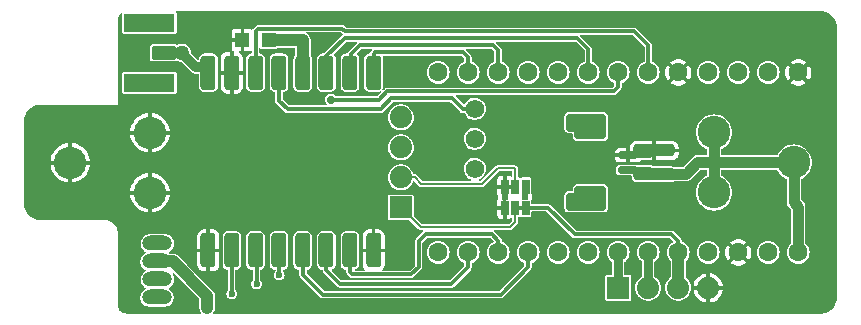
<source format=gbr>
%TF.GenerationSoftware,KiCad,Pcbnew,8.0.5*%
%TF.CreationDate,2024-11-26T22:05:53-06:00*%
%TF.ProjectId,Mini-Lora,4d696e69-2d4c-46f7-9261-2e6b69636164,rev?*%
%TF.SameCoordinates,Original*%
%TF.FileFunction,Copper,L2,Bot*%
%TF.FilePolarity,Positive*%
%FSLAX46Y46*%
G04 Gerber Fmt 4.6, Leading zero omitted, Abs format (unit mm)*
G04 Created by KiCad (PCBNEW 8.0.5) date 2024-11-26 22:05:53*
%MOMM*%
%LPD*%
G01*
G04 APERTURE LIST*
G04 Aperture macros list*
%AMRoundRect*
0 Rectangle with rounded corners*
0 $1 Rounding radius*
0 $2 $3 $4 $5 $6 $7 $8 $9 X,Y pos of 4 corners*
0 Add a 4 corners polygon primitive as box body*
4,1,4,$2,$3,$4,$5,$6,$7,$8,$9,$2,$3,0*
0 Add four circle primitives for the rounded corners*
1,1,$1+$1,$2,$3*
1,1,$1+$1,$4,$5*
1,1,$1+$1,$6,$7*
1,1,$1+$1,$8,$9*
0 Add four rect primitives between the rounded corners*
20,1,$1+$1,$2,$3,$4,$5,0*
20,1,$1+$1,$4,$5,$6,$7,0*
20,1,$1+$1,$6,$7,$8,$9,0*
20,1,$1+$1,$8,$9,$2,$3,0*%
G04 Aperture macros list end*
%TA.AperFunction,ComponentPad*%
%ADD10R,1.879600X1.879600*%
%TD*%
%TA.AperFunction,ComponentPad*%
%ADD11C,1.879600*%
%TD*%
%TA.AperFunction,SMDPad,CuDef*%
%ADD12R,0.480000X0.520000*%
%TD*%
%TA.AperFunction,SMDPad,CuDef*%
%ADD13R,0.635000X1.270000*%
%TD*%
%TA.AperFunction,SMDPad,CuDef*%
%ADD14R,0.350000X0.345000*%
%TD*%
%TA.AperFunction,SMDPad,CuDef*%
%ADD15R,0.300000X0.340000*%
%TD*%
%TA.AperFunction,SMDPad,CuDef*%
%ADD16R,0.477500X0.520000*%
%TD*%
%TA.AperFunction,ComponentPad*%
%ADD17C,2.743200*%
%TD*%
%TA.AperFunction,ComponentPad*%
%ADD18C,1.600000*%
%TD*%
%TA.AperFunction,ComponentPad*%
%ADD19C,1.574800*%
%TD*%
%TA.AperFunction,SMDPad,CuDef*%
%ADD20RoundRect,0.150000X0.700000X-0.150000X0.700000X0.150000X-0.700000X0.150000X-0.700000X-0.150000X0*%
%TD*%
%TA.AperFunction,SMDPad,CuDef*%
%ADD21RoundRect,0.250000X1.100000X-0.250000X1.100000X0.250000X-1.100000X0.250000X-1.100000X-0.250000X0*%
%TD*%
%TA.AperFunction,SMDPad,CuDef*%
%ADD22RoundRect,0.250000X1.500000X-0.250000X1.500000X0.250000X-1.500000X0.250000X-1.500000X-0.250000X0*%
%TD*%
%TA.AperFunction,SMDPad,CuDef*%
%ADD23RoundRect,0.250001X1.449999X-0.499999X1.449999X0.499999X-1.449999X0.499999X-1.449999X-0.499999X0*%
%TD*%
%TA.AperFunction,ComponentPad*%
%ADD24O,2.540000X1.270000*%
%TD*%
%TA.AperFunction,ComponentPad*%
%ADD25C,1.270000*%
%TD*%
%TA.AperFunction,SMDPad,CuDef*%
%ADD26RoundRect,0.057150X0.958850X0.514350X-0.958850X0.514350X-0.958850X-0.514350X0.958850X-0.514350X0*%
%TD*%
%TA.AperFunction,SMDPad,CuDef*%
%ADD27R,4.318000X1.524000*%
%TD*%
%TA.AperFunction,SMDPad,CuDef*%
%ADD28R,1.155600X1.300000*%
%TD*%
%TA.AperFunction,SMDPad,CuDef*%
%ADD29RoundRect,0.317500X0.317500X-1.157500X0.317500X1.157500X-0.317500X1.157500X-0.317500X-1.157500X0*%
%TD*%
%TA.AperFunction,ViaPad*%
%ADD30C,0.600000*%
%TD*%
%TA.AperFunction,ViaPad*%
%ADD31C,1.000000*%
%TD*%
%TA.AperFunction,ViaPad*%
%ADD32C,0.711200*%
%TD*%
%TA.AperFunction,Conductor*%
%ADD33C,0.304800*%
%TD*%
%TA.AperFunction,Conductor*%
%ADD34C,1.016000*%
%TD*%
%TA.AperFunction,Conductor*%
%ADD35C,0.762000*%
%TD*%
%TA.AperFunction,Conductor*%
%ADD36C,0.508000*%
%TD*%
%TA.AperFunction,Conductor*%
%ADD37C,0.203200*%
%TD*%
%TA.AperFunction,Conductor*%
%ADD38C,0.889000*%
%TD*%
%TA.AperFunction,Conductor*%
%ADD39C,0.406400*%
%TD*%
%TA.AperFunction,Conductor*%
%ADD40C,0.355600*%
%TD*%
%TA.AperFunction,Conductor*%
%ADD41C,0.812800*%
%TD*%
%TA.AperFunction,Conductor*%
%ADD42C,0.609600*%
%TD*%
G04 APERTURE END LIST*
D10*
%TO.P,I2C1,1,1*%
%TO.N,/A2*%
X164388800Y-115620800D03*
D11*
%TO.P,I2C1,2,2*%
%TO.N,/A3*%
X166935150Y-115633500D03*
%TO.P,I2C1,3,3*%
%TO.N,+3V3*%
X169475150Y-115620800D03*
%TO.P,I2C1,4,4*%
%TO.N,GND*%
X172015150Y-115633500D03*
%TD*%
D12*
%TO.P,U$1,1,1*%
%TO.N,GND*%
X154793700Y-107961000D03*
D13*
X154797400Y-108850000D03*
X154797400Y-107072000D03*
D14*
X155248700Y-107073500D03*
D13*
%TO.P,U$1,2,2*%
%TO.N,Net-(I2C0-Pad2)*%
X155673700Y-107072000D03*
%TO.P,U$1,3,3*%
%TO.N,Net-(I2C0-Pad1)*%
X155673700Y-108850000D03*
D15*
%TO.P,U$1,4,4*%
%TO.N,+3V3*%
X156123700Y-108851000D03*
D16*
X156544950Y-107961000D03*
D13*
X156550000Y-108850000D03*
X156550000Y-107072000D03*
%TD*%
D17*
%TO.P,BAT3,GND,-*%
%TO.N,GND*%
X124750000Y-107580000D03*
X124750000Y-102500000D03*
X118002000Y-105040000D03*
%TO.P,BAT3,PWR,+*%
%TO.N,+BATT*%
X179258000Y-105020000D03*
X172510000Y-107560000D03*
X172510000Y-102480000D03*
%TD*%
D18*
%TO.P,MOD1,1,BAT-*%
%TO.N,GND*%
X179650000Y-97400000D03*
%TO.P,MOD1,2,P0.06*%
%TO.N,/TX*%
X177110000Y-97400000D03*
%TO.P,MOD1,3,P0.08*%
%TO.N,/RX*%
X174570000Y-97400000D03*
%TO.P,MOD1,4,GND*%
%TO.N,unconnected-(MOD1-GND-Pad4)*%
X172030000Y-97400000D03*
%TO.P,MOD1,5,GND*%
%TO.N,GND*%
X169490000Y-97400000D03*
%TO.P,MOD1,6,P0.17*%
%TO.N,/DIO3*%
X166950000Y-97400000D03*
%TO.P,MOD1,7,P0.20*%
%TO.N,/D3*%
X164410000Y-97400000D03*
%TO.P,MOD1,8,P0.22*%
%TO.N,/DIO0*%
X161870000Y-97400000D03*
%TO.P,MOD1,9,P0.24*%
%TO.N,/BLUE*%
X159330000Y-97400000D03*
%TO.P,MOD1,10,P1.00*%
%TO.N,/GREEN*%
X156790000Y-97400000D03*
%TO.P,MOD1,11,P0.11*%
%TO.N,/DIO1*%
X154250000Y-97400000D03*
%TO.P,MOD1,12,P1.04*%
%TO.N,/DIO2*%
X151710000Y-97400000D03*
%TO.P,MOD1,13,P1.06*%
%TO.N,/RED*%
X149170000Y-97400000D03*
%TO.P,MOD1,14,P0.09*%
%TO.N,/SS*%
X149170010Y-112640010D03*
%TO.P,MOD1,15,P1.10*%
%TO.N,/MOSI*%
X151710010Y-112640010D03*
%TO.P,MOD1,16,P1.11*%
%TO.N,/MISO*%
X154250010Y-112640010D03*
%TO.P,MOD1,17,P1.13*%
%TO.N,/SCK*%
X156790010Y-112640010D03*
%TO.P,MOD1,18,P1.15*%
%TO.N,/RESET*%
X159330010Y-112640010D03*
%TO.P,MOD1,19,P0.02*%
%TO.N,/DIO5*%
X161870010Y-112640010D03*
%TO.P,MOD1,20,P0.29*%
%TO.N,/A2*%
X164410010Y-112640010D03*
%TO.P,MOD1,21,P0.31*%
%TO.N,/A3*%
X166950010Y-112640010D03*
%TO.P,MOD1,22,VCC*%
%TO.N,+3V3*%
X169490010Y-112640010D03*
%TO.P,MOD1,23,RST*%
%TO.N,unconnected-(MOD1-RST-Pad23)*%
X172030010Y-112640010D03*
%TO.P,MOD1,24,GND*%
%TO.N,GND*%
X174570010Y-112640010D03*
%TO.P,MOD1,25,RAW*%
%TO.N,VCC*%
X177110010Y-112640010D03*
%TO.P,MOD1,26,BAT+*%
%TO.N,+BATT*%
X179650010Y-112640010D03*
D19*
%TO.P,MOD1,27,P1.01*%
%TO.N,/DIO4*%
X152264800Y-100480000D03*
%TO.P,MOD1,28,P1.02*%
%TO.N,/SDA*%
X152264800Y-103020000D03*
%TO.P,MOD1,29,P1.07*%
%TO.N,/SCL*%
X152264800Y-105560000D03*
%TD*%
D20*
%TO.P,J2,1,Pin_1*%
%TO.N,+BATT*%
X165250000Y-105650000D03*
%TO.P,J2,2,Pin_2*%
%TO.N,GND*%
X165250000Y-104400000D03*
D21*
%TO.P,J2,MP*%
%TO.N,N/C*%
X162050000Y-107500000D03*
X162050000Y-102550000D03*
%TD*%
D22*
%TO.P,J1,1,Pin_1*%
%TO.N,+BATT*%
X167450000Y-106000000D03*
%TO.P,J1,2,Pin_2*%
%TO.N,GND*%
X167450000Y-104000000D03*
D23*
%TO.P,J1,MP*%
%TO.N,N/C*%
X161700000Y-108350000D03*
X161700000Y-101650000D03*
%TD*%
D24*
%TO.P,RGB0,1,RED*%
%TO.N,Net-(RGB0-RED)*%
X125381800Y-111876000D03*
%TO.P,RGB0,2,VCC*%
%TO.N,+3V3*%
X125350000Y-113400000D03*
%TO.P,RGB0,3,GREEN*%
%TO.N,Net-(RGB0-GREEN)*%
X125381800Y-114924000D03*
%TO.P,RGB0,4,BLUE*%
%TO.N,Net-(RGB0-BLUE)*%
X125350000Y-116448000D03*
%TD*%
D25*
%TO.P,J$2,ANT2,SIGNAL*%
%TO.N,Net-(U1-ANT)*%
X127430500Y-95740000D03*
D26*
%TO.P,J$2,ANT3,SIGNAL*%
X125939250Y-95740000D03*
D27*
%TO.P,J$2,GND5*%
%TO.N,N/C*%
X124700000Y-98280000D03*
%TO.P,J$2,GND6*%
X124700000Y-93200000D03*
%TD*%
D10*
%TO.P,I2C0,1,1*%
%TO.N,Net-(I2C0-Pad1)*%
X145987300Y-108826350D03*
D11*
%TO.P,I2C0,2,2*%
%TO.N,Net-(I2C0-Pad2)*%
X146000000Y-106280000D03*
%TO.P,I2C0,3,3*%
%TO.N,/SCL*%
X145987300Y-103740000D03*
%TO.P,I2C0,4,4*%
%TO.N,/SDA*%
X146000000Y-101200000D03*
%TD*%
D28*
%TO.P,C2,1,1*%
%TO.N,GND*%
X132573000Y-94650000D03*
%TO.P,C2,2,2*%
%TO.N,+3V3*%
X134827000Y-94650000D03*
%TD*%
D29*
%TO.P,U1,1,GND*%
%TO.N,GND*%
X143689915Y-112467894D03*
%TO.P,U1,2,MISO*%
%TO.N,/MISO*%
X141689915Y-112467894D03*
%TO.P,U1,3,MOSI*%
%TO.N,/MOSI*%
X139689915Y-112467894D03*
%TO.P,U1,4,SCK*%
%TO.N,/SCK*%
X137689915Y-112467894D03*
%TO.P,U1,5,NSS*%
%TO.N,/SS*%
X135689915Y-112467894D03*
%TO.P,U1,6,RESET*%
%TO.N,/RESET*%
X133689915Y-112467894D03*
%TO.P,U1,7,DIO5*%
%TO.N,/DIO5*%
X131689915Y-112467894D03*
%TO.P,U1,8,GND*%
%TO.N,GND*%
X129689915Y-112467894D03*
%TO.P,U1,9,ANT*%
%TO.N,Net-(U1-ANT)*%
X129689915Y-97417894D03*
%TO.P,U1,10,GND*%
%TO.N,GND*%
X131689915Y-97417894D03*
%TO.P,U1,11,DIO3*%
%TO.N,/DIO3*%
X133689915Y-97417894D03*
%TO.P,U1,12,DIO4*%
%TO.N,/DIO4*%
X135689915Y-97417894D03*
%TO.P,U1,13,3.3V*%
%TO.N,+3V3*%
X137689915Y-97417894D03*
%TO.P,U1,14,DIO0*%
%TO.N,/DIO0*%
X139689915Y-97417894D03*
%TO.P,U1,15,DIO1*%
%TO.N,/DIO1*%
X141689915Y-97417894D03*
%TO.P,U1,16,DIO2*%
%TO.N,/DIO2*%
X143689915Y-97417894D03*
%TD*%
D30*
%TO.N,GND*%
X182524400Y-106680000D03*
X182575200Y-104140000D03*
X182549800Y-101600000D03*
X182549800Y-99060000D03*
X182549800Y-96520000D03*
X182524400Y-93980000D03*
X180898800Y-92481400D03*
X178358800Y-96367600D03*
X175818800Y-96393000D03*
X173304200Y-96342200D03*
X178333400Y-92481400D03*
X175818800Y-92481400D03*
X173253400Y-92481400D03*
X170713400Y-92481400D03*
X170865800Y-96316800D03*
X168097200Y-96393000D03*
X168173400Y-92456000D03*
X165633400Y-92481400D03*
X165633400Y-96520000D03*
X152958800Y-96570800D03*
X155524200Y-96545400D03*
X158064200Y-96570800D03*
X160629600Y-96596200D03*
X163118800Y-96469200D03*
X163118800Y-92481400D03*
X160553400Y-92481400D03*
X158038800Y-92481400D03*
X155473400Y-92481400D03*
X152958800Y-92456000D03*
X150393400Y-92456000D03*
X163100000Y-98300000D03*
X160600000Y-98300000D03*
X155500000Y-98000000D03*
X153000000Y-98000000D03*
X150400000Y-97900000D03*
X150400000Y-96500000D03*
X148100000Y-96600000D03*
X146500000Y-96600000D03*
X144800000Y-96600000D03*
X146500000Y-98000000D03*
X148000000Y-98000000D03*
X144800000Y-98000000D03*
X143900000Y-101300000D03*
X144900000Y-102500000D03*
X128600000Y-97800000D03*
X131300000Y-93800000D03*
X129500000Y-93800000D03*
X129000000Y-92600000D03*
X122400000Y-96800000D03*
X122400000Y-94600000D03*
X122400000Y-95700000D03*
X123300000Y-95700000D03*
X151000000Y-108400000D03*
X134700000Y-114500000D03*
X132700000Y-115500000D03*
X128300000Y-117300000D03*
X123900000Y-117400000D03*
X122500000Y-115700000D03*
X123700000Y-115700000D03*
X123700000Y-114500000D03*
X122500000Y-113800000D03*
X122700000Y-117200000D03*
X126900000Y-117100000D03*
X130700000Y-116200000D03*
X121600000Y-109000000D03*
X121500000Y-100900000D03*
X124800000Y-105000000D03*
X121600000Y-105100000D03*
X118000000Y-101000000D03*
X118000000Y-109000000D03*
X115000000Y-105000000D03*
X115000000Y-109000000D03*
X115000000Y-101000000D03*
X130800000Y-104900000D03*
X170700000Y-114100000D03*
X173300000Y-114000000D03*
X175800000Y-114000000D03*
X173300000Y-117000000D03*
X170700000Y-117100000D03*
X163100000Y-113500000D03*
X165700000Y-113600000D03*
X168200000Y-113500000D03*
X162500000Y-116200000D03*
X160500000Y-116200000D03*
X175800000Y-117000000D03*
X178300000Y-117000000D03*
X178300000Y-114000000D03*
X181000000Y-117000000D03*
X182143400Y-116789200D03*
X182397400Y-114249200D03*
X182346600Y-111760000D03*
X182372000Y-109194600D03*
X173200000Y-110000000D03*
X167000000Y-109900000D03*
X164400000Y-109900000D03*
X161800000Y-109900000D03*
X170400000Y-110100000D03*
X170400000Y-100000000D03*
X168000000Y-98900000D03*
X165700000Y-99000000D03*
X163600000Y-99900000D03*
X159900000Y-99900000D03*
X155800000Y-100700000D03*
X155800000Y-102900000D03*
X153400000Y-104300000D03*
X153400000Y-101700000D03*
X153600000Y-100000000D03*
X151400000Y-101700000D03*
X150000000Y-100400000D03*
X147500000Y-100500000D03*
X147300000Y-102500000D03*
X150900000Y-103900000D03*
X150500000Y-106100000D03*
X147400000Y-105000000D03*
X139200000Y-94900000D03*
X127600000Y-93500000D03*
X127600000Y-92600000D03*
X131000000Y-92600000D03*
X147000000Y-92600000D03*
X145000000Y-92600000D03*
X143000000Y-92600000D03*
X141000000Y-92600000D03*
X139000000Y-92600000D03*
X137000000Y-92600000D03*
X135000000Y-92600000D03*
X133000000Y-92600000D03*
X134700000Y-99300000D03*
X132800000Y-99200000D03*
X131700000Y-99600000D03*
X137200000Y-101400000D03*
X138900000Y-99500000D03*
X135200000Y-102900000D03*
X146900000Y-113600000D03*
X145100000Y-113800000D03*
X145700000Y-111500000D03*
X144000000Y-108500000D03*
X144000000Y-105800000D03*
X141000000Y-109600000D03*
X141500000Y-106100000D03*
X128000000Y-111200000D03*
X130500000Y-109500000D03*
X133200000Y-106400000D03*
X167500000Y-102300000D03*
X164700000Y-103200000D03*
X161500000Y-106000000D03*
X161500000Y-104000000D03*
X158300000Y-101400000D03*
X158300000Y-104300000D03*
X158400000Y-107300000D03*
X158100000Y-109700000D03*
X148600000Y-108400000D03*
X153100000Y-108300000D03*
D31*
%TO.N,+3V3*%
X137689915Y-94700000D03*
X129600000Y-117309944D03*
D30*
%TO.N,/DIO5*%
X131689915Y-116150000D03*
%TO.N,/RESET*%
X133784915Y-115300000D03*
%TO.N,/SS*%
X135689915Y-114550000D03*
D32*
%TO.N,GND*%
X135000000Y-110000000D03*
X129600000Y-99600000D03*
X130800000Y-99500000D03*
X128500000Y-99400000D03*
X131400000Y-95300000D03*
X127609415Y-98717144D03*
X122750000Y-99800000D03*
X126800000Y-99796644D03*
X125250000Y-99800000D03*
X124000000Y-99796644D03*
X127545915Y-97383644D03*
X127400000Y-94500000D03*
X126400000Y-94660500D03*
X128300000Y-94700000D03*
X128800000Y-95500000D03*
X130200000Y-95224644D03*
X138658415Y-108813644D03*
X179996915Y-99987144D03*
%TO.N,/D3*%
X140100000Y-99700000D03*
%TD*%
D33*
%TO.N,/DIO3*%
X133919757Y-93675200D02*
X133689915Y-93905042D01*
X165750000Y-93900000D02*
X141271000Y-93900000D01*
X141046200Y-93675200D02*
X133919757Y-93675200D01*
X133689915Y-93905042D02*
X133689915Y-97417894D01*
X166952630Y-95102630D02*
X165750000Y-93900000D01*
X166952630Y-97410000D02*
X166952630Y-95102630D01*
X141271000Y-93900000D02*
X141046200Y-93675200D01*
D34*
%TO.N,+3V3*%
X169490010Y-115605940D02*
X169475150Y-115620800D01*
X169490010Y-112640010D02*
X169490010Y-115605940D01*
D35*
%TO.N,/A3*%
X166928800Y-115709700D02*
X166928800Y-112661220D01*
X166928800Y-112661220D02*
X166950010Y-112640010D01*
%TO.N,/A2*%
X164382450Y-112667570D02*
X164410010Y-112640010D01*
X164382450Y-115697000D02*
X164382450Y-112667570D01*
X164410010Y-115339040D02*
X164382450Y-115366600D01*
D34*
%TO.N,+3V3*%
X129600000Y-116300000D02*
X126700000Y-113400000D01*
X129600000Y-117309944D02*
X129600000Y-116300000D01*
X126700000Y-113400000D02*
X125350000Y-113400000D01*
D36*
%TO.N,GND*%
X167050000Y-104400000D02*
X167450000Y-104000000D01*
X165250000Y-104400000D02*
X167050000Y-104400000D01*
%TO.N,+BATT*%
X167100000Y-105650000D02*
X167450000Y-106000000D01*
X165250000Y-105650000D02*
X167100000Y-105650000D01*
D33*
%TO.N,+3V3*%
X158450000Y-108850000D02*
X156550000Y-108850000D01*
X168900000Y-111100000D02*
X160700000Y-111100000D01*
X169490010Y-111690010D02*
X168900000Y-111100000D01*
X160700000Y-111100000D02*
X158450000Y-108850000D01*
X169490010Y-112640010D02*
X169490010Y-111690010D01*
%TO.N,/MISO*%
X154252640Y-111652640D02*
X154252640Y-112650010D01*
X153700000Y-111100000D02*
X154252640Y-111652640D01*
X148100000Y-111100000D02*
X153700000Y-111100000D01*
X147504800Y-113850517D02*
X147504800Y-111695200D01*
X146855317Y-114500000D02*
X147504800Y-113850517D01*
X141900000Y-114500000D02*
X146855317Y-114500000D01*
X141689915Y-114289915D02*
X141900000Y-114500000D01*
X141689915Y-112467894D02*
X141689915Y-114289915D01*
X147504800Y-111695200D02*
X148100000Y-111100000D01*
D37*
%TO.N,Net-(I2C0-Pad1)*%
X155673700Y-110026300D02*
X155673700Y-109307200D01*
X155200000Y-110500000D02*
X155673700Y-110026300D01*
X147660950Y-110500000D02*
X155200000Y-110500000D01*
X145987300Y-108826350D02*
X147660950Y-110500000D01*
%TO.N,Net-(I2C0-Pad2)*%
X155673700Y-105573700D02*
X155673700Y-106584172D01*
X152900000Y-106800000D02*
X154200000Y-105500000D01*
X154200000Y-105500000D02*
X155600000Y-105500000D01*
X147700000Y-106800000D02*
X152900000Y-106800000D01*
X155600000Y-105500000D02*
X155673700Y-105573700D01*
X146000000Y-106280000D02*
X147180000Y-106280000D01*
X147180000Y-106280000D02*
X147700000Y-106800000D01*
D38*
%TO.N,+BATT*%
X179650010Y-108750010D02*
X179650010Y-112640010D01*
X179258000Y-108358000D02*
X179650010Y-108750010D01*
X179258000Y-105020000D02*
X179258000Y-108358000D01*
D33*
%TO.N,/D3*%
X144825000Y-99000000D02*
X164029559Y-99000000D01*
X164375915Y-98653644D02*
X164375915Y-97383644D01*
X140100000Y-99700000D02*
X144125000Y-99700000D01*
X164029559Y-99000000D02*
X164375915Y-98653644D01*
X144125000Y-99700000D02*
X144825000Y-99000000D01*
D34*
%TO.N,+3V3*%
X137689915Y-94700000D02*
X137689915Y-97417894D01*
D33*
%TO.N,/DIO0*%
X161872630Y-95422630D02*
X161872630Y-97410000D01*
X160950000Y-94500000D02*
X161872630Y-95422630D01*
X141224559Y-94500000D02*
X160950000Y-94500000D01*
X139689915Y-96034644D02*
X141224559Y-94500000D01*
X139689915Y-96940144D02*
X139689915Y-96034644D01*
%TO.N,/DIO1*%
X153837271Y-95100000D02*
X154215915Y-95478644D01*
X154215915Y-95478644D02*
X154215915Y-97383644D01*
X142529559Y-95100000D02*
X153837271Y-95100000D01*
X141784915Y-95844644D02*
X142529559Y-95100000D01*
X141784915Y-96938144D02*
X141784915Y-95844644D01*
%TO.N,/DIO2*%
X151675915Y-96113644D02*
X151675915Y-97383644D01*
X151262271Y-95700000D02*
X151675915Y-96113644D01*
X143834559Y-95700000D02*
X151262271Y-95700000D01*
X143689915Y-95844644D02*
X143834559Y-95700000D01*
X143689915Y-96938144D02*
X143689915Y-95844644D01*
%TO.N,/MOSI*%
X151675915Y-113893644D02*
X151675915Y-112623644D01*
X140850000Y-115300000D02*
X150269559Y-115300000D01*
X150269559Y-115300000D02*
X151675915Y-113893644D01*
X139689915Y-114139915D02*
X140850000Y-115300000D01*
X139689915Y-112942144D02*
X139689915Y-114139915D01*
%TO.N,/SCK*%
X154450000Y-116200000D02*
X156755915Y-113894085D01*
X139377271Y-116200000D02*
X154450000Y-116200000D01*
X156755915Y-113894085D02*
X156755915Y-112623644D01*
X137702115Y-114524844D02*
X139377271Y-116200000D01*
X137702115Y-112947644D02*
X137702115Y-114524844D01*
D34*
%TO.N,+3V3*%
X137689915Y-94689915D02*
X137689915Y-94700000D01*
D39*
X137650000Y-94650000D02*
X137689915Y-94689915D01*
D34*
X134827000Y-94650000D02*
X137650000Y-94650000D01*
D33*
%TO.N,/DIO5*%
X131689915Y-112467894D02*
X131689915Y-116150000D01*
%TO.N,/RESET*%
X133784915Y-112940144D02*
X133784915Y-115300000D01*
%TO.N,/SS*%
X135689915Y-114550000D02*
X135689915Y-112940144D01*
X135689915Y-114560085D02*
X135689915Y-114550000D01*
D38*
%TO.N,+BATT*%
X172510000Y-102480000D02*
X172510000Y-107560000D01*
X171080000Y-105020000D02*
X179258000Y-105020000D01*
X170100000Y-106000000D02*
X171080000Y-105020000D01*
X167450000Y-106000000D02*
X170100000Y-106000000D01*
D40*
%TO.N,/DIO4*%
X135689915Y-99789915D02*
X135689915Y-97417894D01*
X144300000Y-100500000D02*
X136400000Y-100500000D01*
X145200000Y-99600000D02*
X144300000Y-100500000D01*
X136400000Y-100500000D02*
X135689915Y-99789915D01*
X150350000Y-99600000D02*
X145200000Y-99600000D01*
X151240000Y-100490000D02*
X150350000Y-99600000D01*
X152267430Y-100490000D02*
X151240000Y-100490000D01*
D41*
%TO.N,Net-(U1-ANT)*%
X128626415Y-96940144D02*
X127418915Y-95732644D01*
X129689915Y-96940144D02*
X128626415Y-96940144D01*
D42*
X125927665Y-95732644D02*
X127418915Y-95732644D01*
%TO.N,GND*%
X117882915Y-105003644D02*
X117999915Y-104993644D01*
%TD*%
%TA.AperFunction,Conductor*%
%TO.N,GND*%
G36*
X181476253Y-92189988D02*
G01*
X181485023Y-92189890D01*
X181485024Y-92189891D01*
X181486861Y-92189870D01*
X181491739Y-92190007D01*
X181703558Y-92204291D01*
X181713241Y-92205713D01*
X181917801Y-92252405D01*
X181927156Y-92255329D01*
X182023489Y-92293972D01*
X182121881Y-92333441D01*
X182130669Y-92337795D01*
X182310777Y-92445406D01*
X182318775Y-92451081D01*
X182479832Y-92585543D01*
X182486844Y-92592400D01*
X182624882Y-92750398D01*
X182630729Y-92758258D01*
X182742357Y-92935915D01*
X182746904Y-92944599D01*
X182829365Y-93137525D01*
X182832501Y-93146818D01*
X182883766Y-93350268D01*
X182885408Y-93359936D01*
X182894528Y-93461265D01*
X182904150Y-93568176D01*
X182904463Y-93571648D01*
X182904715Y-93577251D01*
X182904715Y-116420196D01*
X182904441Y-116422066D01*
X182904661Y-116431475D01*
X182904583Y-116436387D01*
X182893263Y-116640937D01*
X182891954Y-116650656D01*
X182849299Y-116848485D01*
X182846486Y-116857881D01*
X182773405Y-117046604D01*
X182769157Y-117055443D01*
X182667452Y-117230415D01*
X182661873Y-117238482D01*
X182534050Y-117395385D01*
X182527278Y-117402479D01*
X182376485Y-117537455D01*
X182368686Y-117543403D01*
X182198632Y-117653126D01*
X182189999Y-117657780D01*
X182004875Y-117739549D01*
X181995621Y-117742796D01*
X181799983Y-117794600D01*
X181790335Y-117796359D01*
X181662150Y-117809449D01*
X181587022Y-117817121D01*
X181580680Y-117817444D01*
X130172687Y-117817444D01*
X130128493Y-117799138D01*
X130110187Y-117754944D01*
X130120720Y-117720221D01*
X130153751Y-117670786D01*
X130185682Y-117622998D01*
X130235502Y-117502721D01*
X130260900Y-117375037D01*
X130260900Y-116234907D01*
X130257572Y-116218178D01*
X130256183Y-116211197D01*
X130250248Y-116181359D01*
X130235502Y-116107223D01*
X130235501Y-116107220D01*
X130235501Y-116107219D01*
X130218983Y-116067341D01*
X130218983Y-116067340D01*
X130198222Y-116017220D01*
X130185682Y-115986946D01*
X130113355Y-115878701D01*
X130021299Y-115786645D01*
X130019121Y-115784467D01*
X130019110Y-115784457D01*
X127922821Y-113688167D01*
X128750916Y-113688167D01*
X128753687Y-113723388D01*
X128797496Y-113874180D01*
X128877431Y-114009345D01*
X128988463Y-114120377D01*
X129123628Y-114200312D01*
X129274417Y-114244120D01*
X129274424Y-114244122D01*
X129309641Y-114246893D01*
X129537914Y-114246893D01*
X129841915Y-114246893D01*
X130070187Y-114246893D01*
X130070188Y-114246892D01*
X130105409Y-114244121D01*
X130256201Y-114200312D01*
X130391366Y-114120377D01*
X130502398Y-114009345D01*
X130582333Y-113874180D01*
X130626141Y-113723391D01*
X130626143Y-113723384D01*
X130628915Y-113688167D01*
X130628915Y-112619894D01*
X129841915Y-112619894D01*
X129841915Y-114246893D01*
X129537914Y-114246893D01*
X129537915Y-114246892D01*
X129537915Y-112619894D01*
X128750916Y-112619894D01*
X128750916Y-113688167D01*
X127922821Y-113688167D01*
X127121300Y-112886646D01*
X127121298Y-112886644D01*
X127013055Y-112814318D01*
X126892775Y-112764497D01*
X126765093Y-112739100D01*
X126433035Y-112739100D01*
X126398312Y-112728567D01*
X126358211Y-112701772D01*
X126355501Y-112700324D01*
X126356211Y-112698995D01*
X126325721Y-112668484D01*
X126325736Y-112620648D01*
X126359553Y-112586843D01*
X126390010Y-112574228D01*
X126519057Y-112488002D01*
X126628802Y-112378257D01*
X126715028Y-112249210D01*
X126774421Y-112105822D01*
X126804700Y-111953601D01*
X126804700Y-111798399D01*
X126774421Y-111646178D01*
X126715028Y-111502790D01*
X126714870Y-111502554D01*
X126628802Y-111373743D01*
X126519056Y-111263997D01*
X126494546Y-111247620D01*
X128750915Y-111247620D01*
X128750915Y-112315894D01*
X129537915Y-112315894D01*
X129841915Y-112315894D01*
X130628914Y-112315894D01*
X130628914Y-111265397D01*
X130902015Y-111265397D01*
X130902015Y-113670374D01*
X130902016Y-113670391D01*
X130908039Y-113726412D01*
X130908040Y-113726420D01*
X130955308Y-113853151D01*
X130955311Y-113853156D01*
X131036369Y-113961434D01*
X131036374Y-113961439D01*
X131144652Y-114042497D01*
X131144657Y-114042500D01*
X131271393Y-114089769D01*
X131271394Y-114089769D01*
X131271396Y-114089770D01*
X131327426Y-114095794D01*
X131327428Y-114095793D01*
X131328796Y-114095941D01*
X131370780Y-114118866D01*
X131384615Y-114158083D01*
X131384615Y-115787426D01*
X131369350Y-115828354D01*
X131304994Y-115902625D01*
X131304993Y-115902626D01*
X131250891Y-116021091D01*
X131232358Y-116150000D01*
X131250891Y-116278908D01*
X131292674Y-116370398D01*
X131304994Y-116397374D01*
X131390279Y-116495799D01*
X131499839Y-116566208D01*
X131499841Y-116566208D01*
X131499842Y-116566209D01*
X131624796Y-116602900D01*
X131624798Y-116602900D01*
X131755034Y-116602900D01*
X131854296Y-116573753D01*
X131879991Y-116566208D01*
X131989551Y-116495799D01*
X132074836Y-116397374D01*
X132128938Y-116278909D01*
X132147472Y-116150000D01*
X132128938Y-116021091D01*
X132074836Y-115902626D01*
X132010480Y-115828354D01*
X131995215Y-115787426D01*
X131995215Y-114158082D01*
X132013521Y-114113888D01*
X132051035Y-114095940D01*
X132052402Y-114095793D01*
X132052403Y-114095793D01*
X132108434Y-114089770D01*
X132108438Y-114089768D01*
X132108441Y-114089768D01*
X132235172Y-114042500D01*
X132235177Y-114042497D01*
X132343455Y-113961439D01*
X132343454Y-113961439D01*
X132343458Y-113961437D01*
X132387761Y-113902256D01*
X132424518Y-113853156D01*
X132424521Y-113853151D01*
X132471790Y-113726416D01*
X132471790Y-113726415D01*
X132471791Y-113726413D01*
X132477815Y-113670383D01*
X132477814Y-111265406D01*
X132477813Y-111265397D01*
X132902015Y-111265397D01*
X132902015Y-113670374D01*
X132902016Y-113670391D01*
X132908039Y-113726412D01*
X132908040Y-113726420D01*
X132955308Y-113853151D01*
X132955311Y-113853156D01*
X133036369Y-113961434D01*
X133036374Y-113961439D01*
X133144652Y-114042497D01*
X133144657Y-114042500D01*
X133271393Y-114089769D01*
X133271394Y-114089769D01*
X133271396Y-114089770D01*
X133327426Y-114095794D01*
X133417114Y-114095793D01*
X133461309Y-114114098D01*
X133479615Y-114158292D01*
X133479615Y-114937426D01*
X133464350Y-114978354D01*
X133399994Y-115052625D01*
X133399993Y-115052626D01*
X133345891Y-115171091D01*
X133327358Y-115300000D01*
X133345891Y-115428908D01*
X133398590Y-115544299D01*
X133399994Y-115547374D01*
X133485279Y-115645799D01*
X133594839Y-115716208D01*
X133594841Y-115716208D01*
X133594842Y-115716209D01*
X133719796Y-115752900D01*
X133719798Y-115752900D01*
X133850034Y-115752900D01*
X133946359Y-115724615D01*
X133974991Y-115716208D01*
X134084551Y-115645799D01*
X134169836Y-115547374D01*
X134223938Y-115428909D01*
X134242472Y-115300000D01*
X134223938Y-115171091D01*
X134169836Y-115052626D01*
X134105480Y-114978354D01*
X134090215Y-114937426D01*
X134090215Y-114139959D01*
X134108521Y-114095765D01*
X134130868Y-114081402D01*
X134235172Y-114042500D01*
X134235175Y-114042497D01*
X134235177Y-114042497D01*
X134343455Y-113961439D01*
X134343454Y-113961439D01*
X134343458Y-113961437D01*
X134387761Y-113902256D01*
X134424518Y-113853156D01*
X134424521Y-113853151D01*
X134471790Y-113726416D01*
X134471790Y-113726415D01*
X134471791Y-113726413D01*
X134477815Y-113670383D01*
X134477814Y-111265406D01*
X134477813Y-111265397D01*
X134902015Y-111265397D01*
X134902015Y-113670374D01*
X134902016Y-113670391D01*
X134908039Y-113726412D01*
X134908040Y-113726420D01*
X134955308Y-113853151D01*
X134955311Y-113853156D01*
X135036369Y-113961434D01*
X135036374Y-113961439D01*
X135144652Y-114042497D01*
X135144657Y-114042500D01*
X135271393Y-114089769D01*
X135271394Y-114089769D01*
X135271396Y-114089770D01*
X135327426Y-114095794D01*
X135327428Y-114095793D01*
X135328796Y-114095941D01*
X135370780Y-114118866D01*
X135384615Y-114158083D01*
X135384615Y-114187426D01*
X135369350Y-114228354D01*
X135304994Y-114302625D01*
X135304993Y-114302626D01*
X135250891Y-114421091D01*
X135232358Y-114550000D01*
X135250891Y-114678908D01*
X135295609Y-114776825D01*
X135304994Y-114797374D01*
X135390279Y-114895799D01*
X135499839Y-114966208D01*
X135499841Y-114966208D01*
X135499842Y-114966209D01*
X135624796Y-115002900D01*
X135624798Y-115002900D01*
X135755034Y-115002900D01*
X135851359Y-114974615D01*
X135879991Y-114966208D01*
X135989551Y-114895799D01*
X136074836Y-114797374D01*
X136128938Y-114678909D01*
X136147472Y-114550000D01*
X136128938Y-114421091D01*
X136074836Y-114302626D01*
X136010480Y-114228354D01*
X135995215Y-114187426D01*
X135995215Y-114158082D01*
X136013521Y-114113888D01*
X136051035Y-114095940D01*
X136052402Y-114095793D01*
X136052403Y-114095793D01*
X136108434Y-114089770D01*
X136108438Y-114089768D01*
X136108441Y-114089768D01*
X136235172Y-114042500D01*
X136235177Y-114042497D01*
X136343455Y-113961439D01*
X136343454Y-113961439D01*
X136343458Y-113961437D01*
X136387761Y-113902256D01*
X136424518Y-113853156D01*
X136424521Y-113853151D01*
X136471790Y-113726416D01*
X136471790Y-113726415D01*
X136471791Y-113726413D01*
X136477815Y-113670383D01*
X136477814Y-111265406D01*
X136477813Y-111265397D01*
X136902015Y-111265397D01*
X136902015Y-113670374D01*
X136902016Y-113670391D01*
X136908039Y-113726412D01*
X136908040Y-113726420D01*
X136955308Y-113853151D01*
X136955311Y-113853156D01*
X137036369Y-113961434D01*
X137036374Y-113961439D01*
X137144652Y-114042497D01*
X137144657Y-114042500D01*
X137271393Y-114089769D01*
X137271394Y-114089769D01*
X137271396Y-114089770D01*
X137327426Y-114095794D01*
X137334310Y-114095793D01*
X137378504Y-114114094D01*
X137396815Y-114158286D01*
X137396815Y-114565039D01*
X137406258Y-114600277D01*
X137406258Y-114600279D01*
X137417619Y-114642681D01*
X137417620Y-114642684D01*
X137431050Y-114665945D01*
X137440785Y-114682807D01*
X137457816Y-114712304D01*
X137457819Y-114712308D01*
X139189806Y-116444295D01*
X139189815Y-116444302D01*
X139259421Y-116484490D01*
X139259425Y-116484491D01*
X139259429Y-116484494D01*
X139259432Y-116484494D01*
X139259435Y-116484496D01*
X139269832Y-116487281D01*
X139280235Y-116490068D01*
X139337078Y-116505300D01*
X139337081Y-116505300D01*
X154490191Y-116505300D01*
X154490193Y-116505300D01*
X154567841Y-116484494D01*
X154567844Y-116484492D01*
X154567845Y-116484492D01*
X154577508Y-116478912D01*
X154618406Y-116455300D01*
X154637459Y-116444300D01*
X156415816Y-114665943D01*
X163296100Y-114665943D01*
X163296100Y-116575654D01*
X163296101Y-116575658D01*
X163304971Y-116620256D01*
X163304972Y-116620258D01*
X163338766Y-116670834D01*
X163389342Y-116704628D01*
X163433943Y-116713500D01*
X165343656Y-116713499D01*
X165388258Y-116704628D01*
X165438834Y-116670834D01*
X165472628Y-116620258D01*
X165481500Y-116575657D01*
X165481500Y-115633495D01*
X165837769Y-115633495D01*
X165837769Y-115633504D01*
X165856452Y-115835135D01*
X165856454Y-115835146D01*
X165909361Y-116021091D01*
X165911873Y-116029920D01*
X166002138Y-116211197D01*
X166053271Y-116278908D01*
X166114581Y-116360096D01*
X166124176Y-116372801D01*
X166202609Y-116444302D01*
X166273825Y-116509225D01*
X166273826Y-116509226D01*
X166273830Y-116509229D01*
X166446005Y-116615835D01*
X166634837Y-116688989D01*
X166833896Y-116726200D01*
X166833899Y-116726200D01*
X167036401Y-116726200D01*
X167036404Y-116726200D01*
X167235463Y-116688989D01*
X167424295Y-116615835D01*
X167596470Y-116509229D01*
X167746124Y-116372801D01*
X167868162Y-116211197D01*
X167958427Y-116029920D01*
X168013846Y-115835143D01*
X168022926Y-115737156D01*
X168032531Y-115633504D01*
X168032531Y-115633495D01*
X168013847Y-115431864D01*
X168013845Y-115431853D01*
X167976329Y-115300000D01*
X167958427Y-115237080D01*
X167868162Y-115055803D01*
X167746124Y-114894199D01*
X167596470Y-114757771D01*
X167596471Y-114757771D01*
X167492298Y-114693269D01*
X167464360Y-114654440D01*
X167462700Y-114640131D01*
X167462700Y-113481529D01*
X167481006Y-113437335D01*
X167485551Y-113433216D01*
X167627073Y-113317073D01*
X167746151Y-113171975D01*
X167834635Y-113006434D01*
X167889123Y-112826811D01*
X167907521Y-112640010D01*
X167902284Y-112586842D01*
X167889123Y-112453210D01*
X167883990Y-112436288D01*
X167834635Y-112273586D01*
X167816410Y-112239490D01*
X167746154Y-112108050D01*
X167746152Y-112108048D01*
X167746151Y-112108045D01*
X167627073Y-111962947D01*
X167481975Y-111843869D01*
X167481973Y-111843867D01*
X167481969Y-111843865D01*
X167316437Y-111755386D01*
X167316430Y-111755384D01*
X167255309Y-111736843D01*
X167136809Y-111700896D01*
X166950010Y-111682499D01*
X166763210Y-111700896D01*
X166583582Y-111755386D01*
X166418050Y-111843865D01*
X166418039Y-111843873D01*
X166272948Y-111962945D01*
X166272945Y-111962948D01*
X166153873Y-112108039D01*
X166153865Y-112108050D01*
X166065386Y-112273582D01*
X166010896Y-112453210D01*
X165992499Y-112640009D01*
X165992499Y-112640010D01*
X166010896Y-112826809D01*
X166065386Y-113006437D01*
X166153865Y-113171969D01*
X166153867Y-113171973D01*
X166153869Y-113171975D01*
X166272947Y-113317073D01*
X166372050Y-113398404D01*
X166394599Y-113440588D01*
X166394900Y-113446715D01*
X166394900Y-114647995D01*
X166376594Y-114692189D01*
X166365302Y-114701133D01*
X166273828Y-114757771D01*
X166124174Y-114894201D01*
X166124172Y-114894203D01*
X166002138Y-115055803D01*
X165911873Y-115237079D01*
X165856454Y-115431853D01*
X165856452Y-115431864D01*
X165837769Y-115633495D01*
X165481500Y-115633495D01*
X165481499Y-114665944D01*
X165472628Y-114621342D01*
X165438834Y-114570766D01*
X165388258Y-114536972D01*
X165388257Y-114536971D01*
X165352528Y-114529864D01*
X165343657Y-114528100D01*
X165343656Y-114528100D01*
X164978850Y-114528100D01*
X164934656Y-114509794D01*
X164916350Y-114465600D01*
X164916350Y-113486679D01*
X164934656Y-113442485D01*
X164939765Y-113438298D01*
X164939602Y-113438099D01*
X165035833Y-113359124D01*
X165087073Y-113317073D01*
X165206151Y-113171975D01*
X165294635Y-113006434D01*
X165349123Y-112826811D01*
X165367521Y-112640010D01*
X165362284Y-112586842D01*
X165349123Y-112453210D01*
X165343990Y-112436288D01*
X165294635Y-112273586D01*
X165276410Y-112239490D01*
X165206154Y-112108050D01*
X165206152Y-112108048D01*
X165206151Y-112108045D01*
X165087073Y-111962947D01*
X164941975Y-111843869D01*
X164941973Y-111843867D01*
X164941969Y-111843865D01*
X164776437Y-111755386D01*
X164776430Y-111755384D01*
X164715309Y-111736843D01*
X164596809Y-111700896D01*
X164410010Y-111682499D01*
X164223210Y-111700896D01*
X164043582Y-111755386D01*
X163878050Y-111843865D01*
X163878039Y-111843873D01*
X163732948Y-111962945D01*
X163732945Y-111962948D01*
X163613873Y-112108039D01*
X163613865Y-112108050D01*
X163525386Y-112273582D01*
X163470896Y-112453210D01*
X163452499Y-112640009D01*
X163452499Y-112640010D01*
X163470896Y-112826809D01*
X163525386Y-113006437D01*
X163613865Y-113171969D01*
X163613867Y-113171973D01*
X163613869Y-113171975D01*
X163732947Y-113317073D01*
X163825700Y-113393193D01*
X163848249Y-113435377D01*
X163848550Y-113441504D01*
X163848550Y-114465600D01*
X163830244Y-114509794D01*
X163786050Y-114528100D01*
X163433945Y-114528100D01*
X163433941Y-114528101D01*
X163389343Y-114536971D01*
X163389342Y-114536972D01*
X163338766Y-114570766D01*
X163304971Y-114621342D01*
X163296100Y-114665943D01*
X156415816Y-114665943D01*
X157000215Y-114081544D01*
X157040409Y-114011927D01*
X157052083Y-113968358D01*
X157061215Y-113934278D01*
X157061215Y-113599872D01*
X157079521Y-113555678D01*
X157105571Y-113540063D01*
X157156434Y-113524635D01*
X157321975Y-113436151D01*
X157467073Y-113317073D01*
X157586151Y-113171975D01*
X157674635Y-113006434D01*
X157729123Y-112826811D01*
X157747521Y-112640010D01*
X157747521Y-112640009D01*
X158372499Y-112640009D01*
X158372499Y-112640010D01*
X158390896Y-112826809D01*
X158445386Y-113006437D01*
X158533865Y-113171969D01*
X158533873Y-113171980D01*
X158652945Y-113317071D01*
X158652948Y-113317074D01*
X158659437Y-113322399D01*
X158798045Y-113436151D01*
X158798048Y-113436152D01*
X158798050Y-113436154D01*
X158957575Y-113521422D01*
X158963586Y-113524635D01*
X159143209Y-113579123D01*
X159330010Y-113597521D01*
X159516811Y-113579123D01*
X159696434Y-113524635D01*
X159861975Y-113436151D01*
X160007073Y-113317073D01*
X160126151Y-113171975D01*
X160214635Y-113006434D01*
X160269123Y-112826811D01*
X160287521Y-112640010D01*
X160287521Y-112640009D01*
X160912499Y-112640009D01*
X160912499Y-112640010D01*
X160930896Y-112826809D01*
X160985386Y-113006437D01*
X161073865Y-113171969D01*
X161073873Y-113171980D01*
X161192945Y-113317071D01*
X161192948Y-113317074D01*
X161199437Y-113322399D01*
X161338045Y-113436151D01*
X161338048Y-113436152D01*
X161338050Y-113436154D01*
X161497575Y-113521422D01*
X161503586Y-113524635D01*
X161683209Y-113579123D01*
X161870010Y-113597521D01*
X162056811Y-113579123D01*
X162236434Y-113524635D01*
X162401975Y-113436151D01*
X162547073Y-113317073D01*
X162666151Y-113171975D01*
X162754635Y-113006434D01*
X162809123Y-112826811D01*
X162827521Y-112640010D01*
X162822284Y-112586842D01*
X162809123Y-112453210D01*
X162803990Y-112436288D01*
X162754635Y-112273586D01*
X162736410Y-112239490D01*
X162666154Y-112108050D01*
X162666152Y-112108048D01*
X162666151Y-112108045D01*
X162547073Y-111962947D01*
X162401975Y-111843869D01*
X162401973Y-111843867D01*
X162401969Y-111843865D01*
X162236437Y-111755386D01*
X162236430Y-111755384D01*
X162175309Y-111736843D01*
X162056809Y-111700896D01*
X161870010Y-111682499D01*
X161683210Y-111700896D01*
X161503582Y-111755386D01*
X161338050Y-111843865D01*
X161338039Y-111843873D01*
X161192948Y-111962945D01*
X161192945Y-111962948D01*
X161073873Y-112108039D01*
X161073865Y-112108050D01*
X160985386Y-112273582D01*
X160930896Y-112453210D01*
X160912499Y-112640009D01*
X160287521Y-112640009D01*
X160282284Y-112586842D01*
X160269123Y-112453210D01*
X160263990Y-112436288D01*
X160214635Y-112273586D01*
X160196410Y-112239490D01*
X160126154Y-112108050D01*
X160126152Y-112108048D01*
X160126151Y-112108045D01*
X160007073Y-111962947D01*
X159861975Y-111843869D01*
X159861973Y-111843867D01*
X159861969Y-111843865D01*
X159696437Y-111755386D01*
X159696430Y-111755384D01*
X159635309Y-111736843D01*
X159516809Y-111700896D01*
X159330010Y-111682499D01*
X159143210Y-111700896D01*
X158963582Y-111755386D01*
X158798050Y-111843865D01*
X158798039Y-111843873D01*
X158652948Y-111962945D01*
X158652945Y-111962948D01*
X158533873Y-112108039D01*
X158533865Y-112108050D01*
X158445386Y-112273582D01*
X158390896Y-112453210D01*
X158372499Y-112640009D01*
X157747521Y-112640009D01*
X157742284Y-112586842D01*
X157729123Y-112453210D01*
X157723990Y-112436288D01*
X157674635Y-112273586D01*
X157656410Y-112239490D01*
X157586154Y-112108050D01*
X157586152Y-112108048D01*
X157586151Y-112108045D01*
X157467073Y-111962947D01*
X157321975Y-111843869D01*
X157321973Y-111843867D01*
X157321969Y-111843865D01*
X157156437Y-111755386D01*
X157156430Y-111755384D01*
X157095309Y-111736843D01*
X156976809Y-111700896D01*
X156790010Y-111682499D01*
X156603210Y-111700896D01*
X156423582Y-111755386D01*
X156258050Y-111843865D01*
X156258039Y-111843873D01*
X156112948Y-111962945D01*
X156112945Y-111962948D01*
X155993873Y-112108039D01*
X155993865Y-112108050D01*
X155905386Y-112273582D01*
X155850896Y-112453210D01*
X155832499Y-112640009D01*
X155832499Y-112640010D01*
X155850896Y-112826809D01*
X155905386Y-113006437D01*
X155993865Y-113171969D01*
X155993873Y-113171980D01*
X156112945Y-113317071D01*
X156112948Y-113317074D01*
X156119437Y-113322399D01*
X156258045Y-113436151D01*
X156258048Y-113436152D01*
X156258050Y-113436154D01*
X156283668Y-113449847D01*
X156417578Y-113521423D01*
X156447924Y-113558399D01*
X156450615Y-113576542D01*
X156450615Y-113741738D01*
X156432309Y-113785932D01*
X154341847Y-115876394D01*
X154297653Y-115894700D01*
X139529618Y-115894700D01*
X139485424Y-115876394D01*
X138025721Y-114416691D01*
X138007415Y-114372497D01*
X138007415Y-114156770D01*
X138025721Y-114112576D01*
X138063234Y-114094628D01*
X138108434Y-114089770D01*
X138108438Y-114089768D01*
X138108441Y-114089768D01*
X138235172Y-114042500D01*
X138235177Y-114042497D01*
X138343455Y-113961439D01*
X138343454Y-113961439D01*
X138343458Y-113961437D01*
X138387761Y-113902256D01*
X138424518Y-113853156D01*
X138424521Y-113853151D01*
X138471790Y-113726416D01*
X138471790Y-113726415D01*
X138471791Y-113726413D01*
X138477815Y-113670383D01*
X138477814Y-111265406D01*
X138477813Y-111265397D01*
X138902015Y-111265397D01*
X138902015Y-113670374D01*
X138902016Y-113670391D01*
X138908039Y-113726412D01*
X138908040Y-113726420D01*
X138955308Y-113853151D01*
X138955311Y-113853156D01*
X139036369Y-113961434D01*
X139036374Y-113961439D01*
X139144652Y-114042497D01*
X139144657Y-114042500D01*
X139271393Y-114089769D01*
X139271394Y-114089769D01*
X139271396Y-114089770D01*
X139327426Y-114095794D01*
X139327428Y-114095793D01*
X139328796Y-114095941D01*
X139370780Y-114118866D01*
X139384615Y-114158083D01*
X139384615Y-114180110D01*
X139395827Y-114221949D01*
X139395827Y-114221951D01*
X139405419Y-114257752D01*
X139405420Y-114257755D01*
X139445616Y-114327375D01*
X139445619Y-114327379D01*
X140055667Y-114937426D01*
X140662541Y-115544300D01*
X140697541Y-115564507D01*
X140732156Y-115584492D01*
X140732159Y-115584494D01*
X140809802Y-115605299D01*
X140809804Y-115605299D01*
X140809807Y-115605300D01*
X140809809Y-115605300D01*
X150309750Y-115605300D01*
X150309752Y-115605300D01*
X150387400Y-115584494D01*
X150422018Y-115564507D01*
X150457018Y-115544300D01*
X151920216Y-114081103D01*
X151960409Y-114011485D01*
X151967323Y-113985682D01*
X151981215Y-113933837D01*
X151981215Y-113599872D01*
X151999521Y-113555678D01*
X152025571Y-113540063D01*
X152076434Y-113524635D01*
X152241975Y-113436151D01*
X152387073Y-113317073D01*
X152506151Y-113171975D01*
X152594635Y-113006434D01*
X152649123Y-112826811D01*
X152667521Y-112640010D01*
X152662284Y-112586842D01*
X152649123Y-112453210D01*
X152643990Y-112436288D01*
X152594635Y-112273586D01*
X152576410Y-112239490D01*
X152506154Y-112108050D01*
X152506152Y-112108048D01*
X152506151Y-112108045D01*
X152387073Y-111962947D01*
X152241975Y-111843869D01*
X152241973Y-111843867D01*
X152241969Y-111843865D01*
X152076437Y-111755386D01*
X152076430Y-111755384D01*
X152015309Y-111736843D01*
X151896809Y-111700896D01*
X151710010Y-111682499D01*
X151523210Y-111700896D01*
X151343582Y-111755386D01*
X151178050Y-111843865D01*
X151178039Y-111843873D01*
X151032948Y-111962945D01*
X151032945Y-111962948D01*
X150913873Y-112108039D01*
X150913865Y-112108050D01*
X150825386Y-112273582D01*
X150770896Y-112453210D01*
X150752499Y-112640009D01*
X150752499Y-112640010D01*
X150770896Y-112826809D01*
X150825386Y-113006437D01*
X150913865Y-113171969D01*
X150913873Y-113171980D01*
X151032945Y-113317071D01*
X151032948Y-113317074D01*
X151039437Y-113322399D01*
X151178045Y-113436151D01*
X151178048Y-113436152D01*
X151178050Y-113436154D01*
X151203668Y-113449847D01*
X151337578Y-113521423D01*
X151367924Y-113558399D01*
X151370615Y-113576542D01*
X151370615Y-113741296D01*
X151352309Y-113785490D01*
X150161406Y-114976394D01*
X150117212Y-114994700D01*
X141002347Y-114994700D01*
X140958153Y-114976394D01*
X140150322Y-114168563D01*
X140132016Y-114124369D01*
X140150322Y-114080175D01*
X140172672Y-114065810D01*
X140235172Y-114042500D01*
X140235175Y-114042497D01*
X140235177Y-114042497D01*
X140343455Y-113961439D01*
X140343454Y-113961439D01*
X140343458Y-113961437D01*
X140387761Y-113902256D01*
X140424518Y-113853156D01*
X140424521Y-113853151D01*
X140471790Y-113726416D01*
X140471790Y-113726415D01*
X140471791Y-113726413D01*
X140477815Y-113670383D01*
X140477814Y-111265406D01*
X140477813Y-111265397D01*
X140902015Y-111265397D01*
X140902015Y-113670374D01*
X140902016Y-113670391D01*
X140908039Y-113726412D01*
X140908040Y-113726420D01*
X140955308Y-113853151D01*
X140955311Y-113853156D01*
X141036369Y-113961434D01*
X141036374Y-113961439D01*
X141144652Y-114042497D01*
X141144657Y-114042500D01*
X141271393Y-114089769D01*
X141271394Y-114089769D01*
X141271396Y-114089770D01*
X141327426Y-114095794D01*
X141327428Y-114095793D01*
X141328796Y-114095941D01*
X141370780Y-114118866D01*
X141384615Y-114158083D01*
X141384615Y-114330112D01*
X141399113Y-114384214D01*
X141399113Y-114384215D01*
X141405419Y-114407752D01*
X141405420Y-114407755D01*
X141413120Y-114421091D01*
X141438817Y-114465600D01*
X141445616Y-114477375D01*
X141445619Y-114477379D01*
X141712535Y-114744295D01*
X141712544Y-114744302D01*
X141782153Y-114784491D01*
X141782154Y-114784492D01*
X141782158Y-114784494D01*
X141796520Y-114788342D01*
X141835248Y-114798719D01*
X141859802Y-114805299D01*
X141859807Y-114805300D01*
X146895508Y-114805300D01*
X146895510Y-114805300D01*
X146973158Y-114784494D01*
X146988956Y-114775372D01*
X146999746Y-114769144D01*
X147021260Y-114756722D01*
X147042776Y-114744300D01*
X147749101Y-114037976D01*
X147789294Y-113968358D01*
X147810100Y-113890710D01*
X147810100Y-112640009D01*
X148212499Y-112640009D01*
X148212499Y-112640010D01*
X148230896Y-112826809D01*
X148285386Y-113006437D01*
X148373865Y-113171969D01*
X148373873Y-113171980D01*
X148492945Y-113317071D01*
X148492948Y-113317074D01*
X148499437Y-113322399D01*
X148638045Y-113436151D01*
X148638048Y-113436152D01*
X148638050Y-113436154D01*
X148797575Y-113521422D01*
X148803586Y-113524635D01*
X148983209Y-113579123D01*
X149170010Y-113597521D01*
X149356811Y-113579123D01*
X149536434Y-113524635D01*
X149701975Y-113436151D01*
X149847073Y-113317073D01*
X149966151Y-113171975D01*
X150054635Y-113006434D01*
X150109123Y-112826811D01*
X150127521Y-112640010D01*
X150122284Y-112586842D01*
X150109123Y-112453210D01*
X150103990Y-112436288D01*
X150054635Y-112273586D01*
X150036410Y-112239490D01*
X149966154Y-112108050D01*
X149966152Y-112108048D01*
X149966151Y-112108045D01*
X149847073Y-111962947D01*
X149701975Y-111843869D01*
X149701973Y-111843867D01*
X149701969Y-111843865D01*
X149536437Y-111755386D01*
X149536430Y-111755384D01*
X149475309Y-111736843D01*
X149356809Y-111700896D01*
X149170010Y-111682499D01*
X148983210Y-111700896D01*
X148803582Y-111755386D01*
X148638050Y-111843865D01*
X148638039Y-111843873D01*
X148492948Y-111962945D01*
X148492945Y-111962948D01*
X148373873Y-112108039D01*
X148373865Y-112108050D01*
X148285386Y-112273582D01*
X148230896Y-112453210D01*
X148212499Y-112640009D01*
X147810100Y-112640009D01*
X147810100Y-111847547D01*
X147828406Y-111803353D01*
X148208154Y-111423606D01*
X148252348Y-111405300D01*
X153547653Y-111405300D01*
X153591847Y-111423606D01*
X153850090Y-111681849D01*
X153868396Y-111726043D01*
X153850090Y-111770237D01*
X153835358Y-111781163D01*
X153718051Y-111843865D01*
X153718039Y-111843873D01*
X153572948Y-111962945D01*
X153572945Y-111962948D01*
X153453873Y-112108039D01*
X153453865Y-112108050D01*
X153365386Y-112273582D01*
X153310896Y-112453210D01*
X153292499Y-112640009D01*
X153292499Y-112640010D01*
X153310896Y-112826809D01*
X153365386Y-113006437D01*
X153453865Y-113171969D01*
X153453873Y-113171980D01*
X153572945Y-113317071D01*
X153572948Y-113317074D01*
X153579437Y-113322399D01*
X153718045Y-113436151D01*
X153718048Y-113436152D01*
X153718050Y-113436154D01*
X153877575Y-113521422D01*
X153883586Y-113524635D01*
X154063209Y-113579123D01*
X154250010Y-113597521D01*
X154436811Y-113579123D01*
X154616434Y-113524635D01*
X154781975Y-113436151D01*
X154927073Y-113317073D01*
X155046151Y-113171975D01*
X155134635Y-113006434D01*
X155189123Y-112826811D01*
X155207521Y-112640010D01*
X155202284Y-112586842D01*
X155189123Y-112453210D01*
X155183990Y-112436288D01*
X155134635Y-112273586D01*
X155116410Y-112239490D01*
X155046154Y-112108050D01*
X155046152Y-112108048D01*
X155046151Y-112108045D01*
X154927073Y-111962947D01*
X154781975Y-111843869D01*
X154781973Y-111843867D01*
X154781969Y-111843865D01*
X154616436Y-111755386D01*
X154616432Y-111755384D01*
X154602296Y-111751096D01*
X154565319Y-111720749D01*
X154557940Y-111691288D01*
X154557940Y-111612448D01*
X154557939Y-111612442D01*
X154537134Y-111534799D01*
X154521512Y-111507741D01*
X154496940Y-111465181D01*
X154496938Y-111465179D01*
X154496935Y-111465175D01*
X153892954Y-110861194D01*
X153874648Y-110817000D01*
X153892954Y-110772806D01*
X153937148Y-110754500D01*
X155250621Y-110754500D01*
X155250623Y-110754500D01*
X155344163Y-110715755D01*
X155889455Y-110170463D01*
X155928200Y-110076923D01*
X155928200Y-109975677D01*
X155928200Y-109700399D01*
X155946506Y-109656205D01*
X155990700Y-109637899D01*
X156006255Y-109637899D01*
X156006256Y-109637899D01*
X156050858Y-109629028D01*
X156077126Y-109611475D01*
X156124042Y-109602143D01*
X156146574Y-109611476D01*
X156172840Y-109629027D01*
X156172842Y-109629028D01*
X156217443Y-109637900D01*
X156882556Y-109637899D01*
X156927158Y-109629028D01*
X156977734Y-109595234D01*
X157011528Y-109544658D01*
X157020400Y-109500057D01*
X157020400Y-109217800D01*
X157038706Y-109173606D01*
X157082900Y-109155300D01*
X158297653Y-109155300D01*
X158341847Y-109173606D01*
X160512541Y-111344301D01*
X160582155Y-111384492D01*
X160582156Y-111384492D01*
X160582159Y-111384494D01*
X160629676Y-111397226D01*
X160659802Y-111405299D01*
X160659804Y-111405299D01*
X160659807Y-111405300D01*
X168747653Y-111405300D01*
X168791847Y-111423606D01*
X169064023Y-111695782D01*
X169082329Y-111739976D01*
X169064023Y-111784170D01*
X169049292Y-111795096D01*
X168958047Y-111843867D01*
X168958039Y-111843873D01*
X168812948Y-111962945D01*
X168812945Y-111962948D01*
X168693873Y-112108039D01*
X168693865Y-112108050D01*
X168605386Y-112273582D01*
X168550896Y-112453210D01*
X168532499Y-112640009D01*
X168532499Y-112640010D01*
X168550896Y-112826809D01*
X168605386Y-113006437D01*
X168693865Y-113171969D01*
X168693873Y-113171980D01*
X168814895Y-113319447D01*
X168813238Y-113320806D01*
X168829110Y-113359124D01*
X168829110Y-114703544D01*
X168810804Y-114747738D01*
X168808716Y-114749732D01*
X168664174Y-114881501D01*
X168664172Y-114881503D01*
X168542138Y-115043103D01*
X168451873Y-115224379D01*
X168396454Y-115419153D01*
X168396452Y-115419164D01*
X168377769Y-115620795D01*
X168377769Y-115620804D01*
X168396452Y-115822435D01*
X168396454Y-115822446D01*
X168419268Y-115902626D01*
X168451873Y-116017220D01*
X168542138Y-116198497D01*
X168664176Y-116360101D01*
X168747492Y-116436054D01*
X168813825Y-116496525D01*
X168813826Y-116496526D01*
X168813830Y-116496529D01*
X168986005Y-116603135D01*
X169174837Y-116676289D01*
X169373896Y-116713500D01*
X169373899Y-116713500D01*
X169576401Y-116713500D01*
X169576404Y-116713500D01*
X169775463Y-116676289D01*
X169964295Y-116603135D01*
X170136470Y-116496529D01*
X170286124Y-116360101D01*
X170408162Y-116198497D01*
X170498427Y-116017220D01*
X170553846Y-115822443D01*
X170557163Y-115786645D01*
X170572531Y-115620804D01*
X170572531Y-115620795D01*
X170559623Y-115481500D01*
X170779896Y-115481500D01*
X171590004Y-115481500D01*
X171565150Y-115574256D01*
X171565150Y-115692744D01*
X171590004Y-115785500D01*
X170779897Y-115785500D01*
X170785566Y-115850305D01*
X170785569Y-115850321D01*
X170841892Y-116060519D01*
X170841898Y-116060535D01*
X170933870Y-116257772D01*
X170933872Y-116257774D01*
X171058704Y-116436054D01*
X171212595Y-116589945D01*
X171390875Y-116714777D01*
X171390877Y-116714779D01*
X171588114Y-116806751D01*
X171588130Y-116806757D01*
X171798331Y-116863081D01*
X171798340Y-116863082D01*
X171863150Y-116868752D01*
X171863150Y-116058645D01*
X171955906Y-116083500D01*
X172074394Y-116083500D01*
X172167150Y-116058645D01*
X172167150Y-116868751D01*
X172231959Y-116863082D01*
X172231968Y-116863081D01*
X172442169Y-116806757D01*
X172442185Y-116806751D01*
X172639422Y-116714779D01*
X172639424Y-116714777D01*
X172817704Y-116589945D01*
X172971595Y-116436054D01*
X173096427Y-116257774D01*
X173096429Y-116257772D01*
X173188401Y-116060535D01*
X173188407Y-116060519D01*
X173244730Y-115850321D01*
X173244733Y-115850305D01*
X173250403Y-115785500D01*
X172440296Y-115785500D01*
X172465150Y-115692744D01*
X172465150Y-115574256D01*
X172440296Y-115481500D01*
X173250403Y-115481500D01*
X173244733Y-115416694D01*
X173244730Y-115416678D01*
X173188405Y-115206473D01*
X173188404Y-115206471D01*
X173096427Y-115009225D01*
X172971595Y-114830945D01*
X172817704Y-114677054D01*
X172639424Y-114552222D01*
X172639422Y-114552220D01*
X172442185Y-114460248D01*
X172442169Y-114460242D01*
X172231971Y-114403919D01*
X172231955Y-114403916D01*
X172167150Y-114398246D01*
X172167150Y-115208354D01*
X172074394Y-115183500D01*
X171955906Y-115183500D01*
X171863150Y-115208354D01*
X171863150Y-114398246D01*
X171798344Y-114403916D01*
X171798328Y-114403919D01*
X171588123Y-114460244D01*
X171588121Y-114460245D01*
X171390875Y-114552222D01*
X171212595Y-114677054D01*
X171058704Y-114830945D01*
X170933872Y-115009225D01*
X170841895Y-115206471D01*
X170841894Y-115206473D01*
X170785569Y-115416678D01*
X170785566Y-115416694D01*
X170779896Y-115481500D01*
X170559623Y-115481500D01*
X170553847Y-115419164D01*
X170553845Y-115419153D01*
X170536216Y-115357194D01*
X170498427Y-115224380D01*
X170408162Y-115043103D01*
X170286124Y-114881499D01*
X170171304Y-114776825D01*
X170150977Y-114733523D01*
X170150910Y-114730637D01*
X170150910Y-113359124D01*
X170166781Y-113320806D01*
X170165125Y-113319447D01*
X170193729Y-113284591D01*
X170286151Y-113171975D01*
X170374635Y-113006434D01*
X170429123Y-112826811D01*
X170447521Y-112640010D01*
X170447521Y-112640009D01*
X171072499Y-112640009D01*
X171072499Y-112640010D01*
X171090896Y-112826809D01*
X171145386Y-113006437D01*
X171233865Y-113171969D01*
X171233873Y-113171980D01*
X171352945Y-113317071D01*
X171352948Y-113317074D01*
X171359437Y-113322399D01*
X171498045Y-113436151D01*
X171498048Y-113436152D01*
X171498050Y-113436154D01*
X171657575Y-113521422D01*
X171663586Y-113524635D01*
X171843209Y-113579123D01*
X172030010Y-113597521D01*
X172216811Y-113579123D01*
X172396434Y-113524635D01*
X172561975Y-113436151D01*
X172707073Y-113317073D01*
X172826151Y-113171975D01*
X172914635Y-113006434D01*
X172969123Y-112826811D01*
X172987521Y-112640010D01*
X172987521Y-112640005D01*
X173461280Y-112640005D01*
X173461280Y-112640014D01*
X173480156Y-112843731D01*
X173480158Y-112843742D01*
X173536150Y-113040529D01*
X173627351Y-113223684D01*
X173689317Y-113305740D01*
X174156634Y-112838422D01*
X174204159Y-112920737D01*
X174289283Y-113005861D01*
X174371595Y-113053384D01*
X173900978Y-113524001D01*
X173901846Y-113524792D01*
X174075806Y-113632503D01*
X174266597Y-113706416D01*
X174467704Y-113744009D01*
X174467712Y-113744010D01*
X174672308Y-113744010D01*
X174672315Y-113744009D01*
X174873422Y-113706416D01*
X175064213Y-113632503D01*
X175238170Y-113524794D01*
X175238171Y-113524793D01*
X175239039Y-113524000D01*
X174768424Y-113053384D01*
X174850737Y-113005861D01*
X174935861Y-112920737D01*
X174983384Y-112838423D01*
X175450701Y-113305740D01*
X175512670Y-113223680D01*
X175603869Y-113040529D01*
X175659861Y-112843742D01*
X175659863Y-112843731D01*
X175678740Y-112640014D01*
X175678740Y-112640009D01*
X176152499Y-112640009D01*
X176152499Y-112640010D01*
X176170896Y-112826809D01*
X176225386Y-113006437D01*
X176313865Y-113171969D01*
X176313873Y-113171980D01*
X176432945Y-113317071D01*
X176432948Y-113317074D01*
X176439437Y-113322399D01*
X176578045Y-113436151D01*
X176578048Y-113436152D01*
X176578050Y-113436154D01*
X176737575Y-113521422D01*
X176743586Y-113524635D01*
X176923209Y-113579123D01*
X177110010Y-113597521D01*
X177296811Y-113579123D01*
X177476434Y-113524635D01*
X177641975Y-113436151D01*
X177787073Y-113317073D01*
X177906151Y-113171975D01*
X177994635Y-113006434D01*
X178049123Y-112826811D01*
X178067521Y-112640010D01*
X178062284Y-112586842D01*
X178049123Y-112453210D01*
X178043990Y-112436288D01*
X177994635Y-112273586D01*
X177976410Y-112239490D01*
X177906154Y-112108050D01*
X177906152Y-112108048D01*
X177906151Y-112108045D01*
X177787073Y-111962947D01*
X177641975Y-111843869D01*
X177641973Y-111843867D01*
X177641969Y-111843865D01*
X177476437Y-111755386D01*
X177476430Y-111755384D01*
X177415309Y-111736843D01*
X177296809Y-111700896D01*
X177110010Y-111682499D01*
X176923210Y-111700896D01*
X176743582Y-111755386D01*
X176578050Y-111843865D01*
X176578039Y-111843873D01*
X176432948Y-111962945D01*
X176432945Y-111962948D01*
X176313873Y-112108039D01*
X176313865Y-112108050D01*
X176225386Y-112273582D01*
X176170896Y-112453210D01*
X176152499Y-112640009D01*
X175678740Y-112640009D01*
X175678740Y-112640005D01*
X175659863Y-112436288D01*
X175659861Y-112436277D01*
X175603869Y-112239490D01*
X175512668Y-112056335D01*
X175450701Y-111974278D01*
X174983383Y-112441595D01*
X174935861Y-112359283D01*
X174850737Y-112274159D01*
X174768422Y-112226634D01*
X175239039Y-111756018D01*
X175238169Y-111755224D01*
X175064213Y-111647516D01*
X174873422Y-111573603D01*
X174672315Y-111536010D01*
X174467704Y-111536010D01*
X174266597Y-111573603D01*
X174075806Y-111647516D01*
X173901850Y-111755225D01*
X173900978Y-111756018D01*
X174371596Y-112226635D01*
X174289283Y-112274159D01*
X174204159Y-112359283D01*
X174156635Y-112441596D01*
X173689316Y-111974277D01*
X173627349Y-112056339D01*
X173536150Y-112239490D01*
X173480158Y-112436277D01*
X173480156Y-112436288D01*
X173461280Y-112640005D01*
X172987521Y-112640005D01*
X172982284Y-112586842D01*
X172969123Y-112453210D01*
X172963990Y-112436288D01*
X172914635Y-112273586D01*
X172896410Y-112239490D01*
X172826154Y-112108050D01*
X172826152Y-112108048D01*
X172826151Y-112108045D01*
X172707073Y-111962947D01*
X172561975Y-111843869D01*
X172561973Y-111843867D01*
X172561969Y-111843865D01*
X172396437Y-111755386D01*
X172396430Y-111755384D01*
X172335309Y-111736843D01*
X172216809Y-111700896D01*
X172030010Y-111682499D01*
X171843210Y-111700896D01*
X171663582Y-111755386D01*
X171498050Y-111843865D01*
X171498039Y-111843873D01*
X171352948Y-111962945D01*
X171352945Y-111962948D01*
X171233873Y-112108039D01*
X171233865Y-112108050D01*
X171145386Y-112273582D01*
X171090896Y-112453210D01*
X171072499Y-112640009D01*
X170447521Y-112640009D01*
X170442284Y-112586842D01*
X170429123Y-112453210D01*
X170423990Y-112436288D01*
X170374635Y-112273586D01*
X170356410Y-112239490D01*
X170286154Y-112108050D01*
X170286152Y-112108048D01*
X170286151Y-112108045D01*
X170167073Y-111962947D01*
X170021975Y-111843869D01*
X170021973Y-111843867D01*
X170021969Y-111843865D01*
X169856436Y-111755386D01*
X169856432Y-111755384D01*
X169839666Y-111750298D01*
X169802689Y-111719951D01*
X169795310Y-111690490D01*
X169795310Y-111649818D01*
X169795309Y-111649812D01*
X169776634Y-111580118D01*
X169776633Y-111580114D01*
X169776633Y-111580115D01*
X169774504Y-111572169D01*
X169774504Y-111572168D01*
X169737306Y-111507741D01*
X169734312Y-111502554D01*
X169734305Y-111502545D01*
X169087464Y-110855704D01*
X169087460Y-110855701D01*
X169087459Y-110855700D01*
X169017841Y-110815506D01*
X169017840Y-110815505D01*
X169017839Y-110815505D01*
X168940197Y-110794700D01*
X168940193Y-110794700D01*
X160852348Y-110794700D01*
X160808154Y-110776394D01*
X158637464Y-108605704D01*
X158637460Y-108605701D01*
X158637459Y-108605700D01*
X158567841Y-108565506D01*
X158567840Y-108565505D01*
X158567839Y-108565505D01*
X158490197Y-108544700D01*
X158490193Y-108544700D01*
X157082899Y-108544700D01*
X157038705Y-108526394D01*
X157020399Y-108482200D01*
X157020399Y-108277500D01*
X157038705Y-108233306D01*
X157082899Y-108215000D01*
X157117500Y-108215000D01*
X157117500Y-107818295D01*
X159847100Y-107818295D01*
X159847100Y-108881702D01*
X159847101Y-108881706D01*
X159862043Y-108976055D01*
X159919983Y-109089769D01*
X160010230Y-109180016D01*
X160123941Y-109237955D01*
X160123943Y-109237955D01*
X160123946Y-109237957D01*
X160123949Y-109237957D01*
X160123951Y-109237958D01*
X160218279Y-109252898D01*
X160218281Y-109252898D01*
X160218293Y-109252900D01*
X163181706Y-109252899D01*
X163276054Y-109237957D01*
X163389770Y-109180016D01*
X163480016Y-109089770D01*
X163537957Y-108976054D01*
X163552900Y-108881707D01*
X163552899Y-107818294D01*
X163552898Y-107818291D01*
X163552898Y-107818284D01*
X163551551Y-107809781D01*
X163551551Y-107790224D01*
X163552900Y-107781708D01*
X163552900Y-107218292D01*
X163542990Y-107155725D01*
X163537958Y-107123950D01*
X163537957Y-107123948D01*
X163537957Y-107123945D01*
X163537955Y-107123942D01*
X163537955Y-107123940D01*
X163480016Y-107010229D01*
X163389770Y-106919983D01*
X163276059Y-106862044D01*
X163276049Y-106862041D01*
X163181721Y-106847101D01*
X163181709Y-106847100D01*
X163181708Y-106847100D01*
X160918292Y-106847100D01*
X160918290Y-106847100D01*
X160918278Y-106847101D01*
X160823950Y-106862041D01*
X160823940Y-106862044D01*
X160710229Y-106919983D01*
X160619983Y-107010229D01*
X160562044Y-107123940D01*
X160562041Y-107123950D01*
X160547101Y-107218278D01*
X160547100Y-107218294D01*
X160547100Y-107384600D01*
X160528794Y-107428794D01*
X160484600Y-107447100D01*
X160218297Y-107447100D01*
X160218292Y-107447101D01*
X160123944Y-107462043D01*
X160010230Y-107519983D01*
X159919983Y-107610230D01*
X159862044Y-107723941D01*
X159862041Y-107723951D01*
X159847101Y-107818279D01*
X159847100Y-107818295D01*
X157117500Y-107818295D01*
X157117500Y-107707000D01*
X157082900Y-107707000D01*
X157038706Y-107688694D01*
X157020400Y-107644500D01*
X157020399Y-106421945D01*
X157020398Y-106421941D01*
X157020056Y-106420222D01*
X157011528Y-106377342D01*
X156977734Y-106326766D01*
X156943939Y-106304184D01*
X156927157Y-106292971D01*
X156891428Y-106285864D01*
X156882557Y-106284100D01*
X156882556Y-106284100D01*
X156217445Y-106284100D01*
X156217441Y-106284101D01*
X156172843Y-106292971D01*
X156172839Y-106292973D01*
X156146573Y-106310524D01*
X156099657Y-106319856D01*
X156077127Y-106310524D01*
X156050858Y-106292972D01*
X156050853Y-106292971D01*
X156006257Y-106284100D01*
X156006256Y-106284100D01*
X155990700Y-106284100D01*
X155946506Y-106265794D01*
X155928200Y-106221600D01*
X155928200Y-105631605D01*
X155928201Y-105631596D01*
X155928201Y-105523077D01*
X155928200Y-105523075D01*
X155899908Y-105454774D01*
X164247100Y-105454774D01*
X164247100Y-105845226D01*
X164250038Y-105870550D01*
X164295780Y-105974145D01*
X164375855Y-106054220D01*
X164479450Y-106099962D01*
X164504774Y-106102900D01*
X165484600Y-106102900D01*
X165528794Y-106121206D01*
X165547100Y-106165400D01*
X165547100Y-106281705D01*
X165547101Y-106281721D01*
X165562041Y-106376049D01*
X165562044Y-106376059D01*
X165619983Y-106489770D01*
X165710229Y-106580016D01*
X165823940Y-106637955D01*
X165823942Y-106637955D01*
X165823945Y-106637957D01*
X165823948Y-106637957D01*
X165823950Y-106637958D01*
X165918278Y-106652898D01*
X165918284Y-106652898D01*
X165918292Y-106652900D01*
X165918294Y-106652900D01*
X168981706Y-106652900D01*
X168981708Y-106652900D01*
X169076055Y-106637957D01*
X169142284Y-106604212D01*
X169170658Y-106597400D01*
X170178648Y-106597400D01*
X170178649Y-106597400D01*
X170330588Y-106556688D01*
X170466812Y-106478039D01*
X170880607Y-106064244D01*
X171309146Y-105635706D01*
X171353340Y-105617400D01*
X171850100Y-105617400D01*
X171894294Y-105635706D01*
X171912600Y-105679900D01*
X171912600Y-106115582D01*
X171894294Y-106159776D01*
X171874018Y-106173324D01*
X171815752Y-106197458D01*
X171815749Y-106197460D01*
X171611154Y-106322837D01*
X171428681Y-106478681D01*
X171272837Y-106661154D01*
X171147462Y-106865746D01*
X171147460Y-106865751D01*
X171056759Y-107084726D01*
X171055629Y-107087453D01*
X170999612Y-107320780D01*
X170999611Y-107320784D01*
X170980786Y-107559995D01*
X170980786Y-107560004D01*
X170999611Y-107799215D01*
X170999612Y-107799219D01*
X171051509Y-108015387D01*
X171055631Y-108032553D01*
X171147460Y-108254249D01*
X171147462Y-108254253D01*
X171272837Y-108458845D01*
X171272838Y-108458847D01*
X171272840Y-108458849D01*
X171307425Y-108499343D01*
X171428681Y-108641318D01*
X171538718Y-108735297D01*
X171611151Y-108797160D01*
X171815751Y-108922540D01*
X172037447Y-109014369D01*
X172270778Y-109070387D01*
X172270780Y-109070387D01*
X172270784Y-109070388D01*
X172509996Y-109089214D01*
X172510000Y-109089214D01*
X172510004Y-109089214D01*
X172749215Y-109070388D01*
X172749217Y-109070387D01*
X172749222Y-109070387D01*
X172982553Y-109014369D01*
X173204249Y-108922540D01*
X173408849Y-108797160D01*
X173591318Y-108641318D01*
X173747160Y-108458849D01*
X173872540Y-108254249D01*
X173964369Y-108032553D01*
X174020387Y-107799222D01*
X174021766Y-107781708D01*
X174039214Y-107560004D01*
X174039214Y-107559995D01*
X174020388Y-107320784D01*
X174020387Y-107320780D01*
X174018586Y-107313279D01*
X173964369Y-107087447D01*
X173872540Y-106865751D01*
X173870268Y-106862043D01*
X173747162Y-106661154D01*
X173747161Y-106661153D01*
X173747160Y-106661151D01*
X173648386Y-106545500D01*
X173591318Y-106478681D01*
X173431697Y-106342354D01*
X173408849Y-106322840D01*
X173408847Y-106322838D01*
X173408845Y-106322837D01*
X173204250Y-106197460D01*
X173204247Y-106197458D01*
X173145982Y-106173324D01*
X173112157Y-106139499D01*
X173107400Y-106115582D01*
X173107400Y-105679900D01*
X173125706Y-105635706D01*
X173169900Y-105617400D01*
X177813582Y-105617400D01*
X177857776Y-105635706D01*
X177871324Y-105655982D01*
X177895458Y-105714247D01*
X177895460Y-105714250D01*
X178020837Y-105918845D01*
X178176681Y-106101318D01*
X178245128Y-106159776D01*
X178359151Y-106257160D01*
X178563751Y-106382540D01*
X178622018Y-106406674D01*
X178655842Y-106440497D01*
X178660600Y-106464416D01*
X178660600Y-108436647D01*
X178660601Y-108436655D01*
X178701310Y-108588584D01*
X178701311Y-108588587D01*
X178711192Y-108605701D01*
X178775682Y-108717401D01*
X178779962Y-108724813D01*
X178779965Y-108724817D01*
X179034304Y-108979155D01*
X179052610Y-109023349D01*
X179052610Y-111868008D01*
X179034304Y-111912202D01*
X179029760Y-111916321D01*
X178972944Y-111962949D01*
X178853873Y-112108039D01*
X178853865Y-112108050D01*
X178765386Y-112273582D01*
X178710896Y-112453210D01*
X178692499Y-112640009D01*
X178692499Y-112640010D01*
X178710896Y-112826809D01*
X178765386Y-113006437D01*
X178853865Y-113171969D01*
X178853873Y-113171980D01*
X178972945Y-113317071D01*
X178972948Y-113317074D01*
X178979437Y-113322399D01*
X179118045Y-113436151D01*
X179118048Y-113436152D01*
X179118050Y-113436154D01*
X179277575Y-113521422D01*
X179283586Y-113524635D01*
X179463209Y-113579123D01*
X179650010Y-113597521D01*
X179836811Y-113579123D01*
X180016434Y-113524635D01*
X180181975Y-113436151D01*
X180327073Y-113317073D01*
X180446151Y-113171975D01*
X180534635Y-113006434D01*
X180589123Y-112826811D01*
X180607521Y-112640010D01*
X180602284Y-112586842D01*
X180589123Y-112453210D01*
X180583990Y-112436288D01*
X180534635Y-112273586D01*
X180516410Y-112239490D01*
X180446154Y-112108050D01*
X180446152Y-112108048D01*
X180446151Y-112108045D01*
X180336372Y-111974278D01*
X180327075Y-111962949D01*
X180327070Y-111962945D01*
X180305516Y-111945256D01*
X180270260Y-111916321D01*
X180247711Y-111874133D01*
X180247410Y-111868008D01*
X180247410Y-108671362D01*
X180247408Y-108671354D01*
X180206699Y-108519425D01*
X180206698Y-108519422D01*
X180192273Y-108494438D01*
X180128049Y-108383198D01*
X180128047Y-108383196D01*
X180128044Y-108383192D01*
X180016822Y-108271971D01*
X179873706Y-108128855D01*
X179855400Y-108084661D01*
X179855400Y-106464416D01*
X179873706Y-106420222D01*
X179893979Y-106406675D01*
X179952249Y-106382540D01*
X180156849Y-106257160D01*
X180339318Y-106101318D01*
X180495160Y-105918849D01*
X180620540Y-105714249D01*
X180712369Y-105492553D01*
X180768387Y-105259222D01*
X180773678Y-105192000D01*
X180787214Y-105020004D01*
X180787214Y-105019995D01*
X180768388Y-104780784D01*
X180768387Y-104780780D01*
X180766586Y-104773279D01*
X180712369Y-104547447D01*
X180620540Y-104325751D01*
X180620537Y-104325746D01*
X180495162Y-104121154D01*
X180495161Y-104121153D01*
X180495160Y-104121151D01*
X180421975Y-104035462D01*
X180339318Y-103938681D01*
X180175625Y-103798876D01*
X180156849Y-103782840D01*
X180156847Y-103782838D01*
X180156845Y-103782837D01*
X179952253Y-103657462D01*
X179952250Y-103657461D01*
X179952249Y-103657460D01*
X179730553Y-103565631D01*
X179730547Y-103565629D01*
X179730546Y-103565629D01*
X179497219Y-103509612D01*
X179497215Y-103509611D01*
X179258004Y-103490786D01*
X179257996Y-103490786D01*
X179018784Y-103509611D01*
X179018780Y-103509612D01*
X178785453Y-103565629D01*
X178785449Y-103565630D01*
X178785447Y-103565631D01*
X178598924Y-103642891D01*
X178563746Y-103657462D01*
X178359154Y-103782837D01*
X178176681Y-103938681D01*
X178020837Y-104121154D01*
X177895460Y-104325749D01*
X177895458Y-104325752D01*
X177871324Y-104384018D01*
X177837499Y-104417843D01*
X177813582Y-104422600D01*
X173169900Y-104422600D01*
X173125706Y-104404294D01*
X173107400Y-104360100D01*
X173107400Y-103924416D01*
X173125706Y-103880222D01*
X173145979Y-103866675D01*
X173204249Y-103842540D01*
X173408849Y-103717160D01*
X173591318Y-103561318D01*
X173747160Y-103378849D01*
X173872540Y-103174249D01*
X173964369Y-102952553D01*
X174020387Y-102719222D01*
X174025678Y-102652000D01*
X174039214Y-102480004D01*
X174039214Y-102479995D01*
X174020388Y-102240784D01*
X174020387Y-102240780D01*
X174018586Y-102233279D01*
X173964369Y-102007447D01*
X173872540Y-101785751D01*
X173872537Y-101785746D01*
X173747162Y-101581154D01*
X173747161Y-101581153D01*
X173747160Y-101581151D01*
X173682699Y-101505676D01*
X173591318Y-101398681D01*
X173408845Y-101242837D01*
X173204253Y-101117462D01*
X173204250Y-101117461D01*
X173204249Y-101117460D01*
X172982553Y-101025631D01*
X172982547Y-101025629D01*
X172982546Y-101025629D01*
X172749219Y-100969612D01*
X172749215Y-100969611D01*
X172510004Y-100950786D01*
X172509996Y-100950786D01*
X172270784Y-100969611D01*
X172270780Y-100969612D01*
X172037453Y-101025629D01*
X172037449Y-101025630D01*
X172037447Y-101025631D01*
X171908675Y-101078970D01*
X171815746Y-101117462D01*
X171611154Y-101242837D01*
X171428681Y-101398681D01*
X171272837Y-101581154D01*
X171147462Y-101785746D01*
X171147460Y-101785751D01*
X171056759Y-102004726D01*
X171055629Y-102007453D01*
X170999612Y-102240780D01*
X170999611Y-102240784D01*
X170980786Y-102479995D01*
X170980786Y-102480004D01*
X170999611Y-102719215D01*
X170999612Y-102719219D01*
X171026621Y-102831721D01*
X171055631Y-102952553D01*
X171142512Y-103162303D01*
X171147462Y-103174253D01*
X171272837Y-103378845D01*
X171428681Y-103561318D01*
X171524192Y-103642891D01*
X171611151Y-103717160D01*
X171815751Y-103842540D01*
X171874018Y-103866674D01*
X171907842Y-103900497D01*
X171912600Y-103924416D01*
X171912600Y-104360100D01*
X171894294Y-104404294D01*
X171850100Y-104422600D01*
X171158649Y-104422600D01*
X171001350Y-104422600D01*
X171001349Y-104422600D01*
X171001343Y-104422601D01*
X170849416Y-104463310D01*
X170849412Y-104463311D01*
X170713185Y-104541962D01*
X170713181Y-104541965D01*
X169870855Y-105384294D01*
X169826661Y-105402600D01*
X169170658Y-105402600D01*
X169142284Y-105395788D01*
X169076059Y-105362044D01*
X169076049Y-105362041D01*
X168981721Y-105347101D01*
X168981709Y-105347100D01*
X168981708Y-105347100D01*
X168981706Y-105347100D01*
X167398432Y-105347100D01*
X167354238Y-105328794D01*
X167349844Y-105324400D01*
X167349843Y-105324399D01*
X167257058Y-105270830D01*
X167257057Y-105270829D01*
X167257056Y-105270829D01*
X167153575Y-105243100D01*
X167153570Y-105243100D01*
X167153569Y-105243100D01*
X166131260Y-105243100D01*
X166106015Y-105237775D01*
X166075975Y-105224511D01*
X166020550Y-105200038D01*
X165995226Y-105197100D01*
X164504774Y-105197100D01*
X164479450Y-105200038D01*
X164376489Y-105245500D01*
X164375853Y-105245781D01*
X164295781Y-105325853D01*
X164295780Y-105325854D01*
X164295780Y-105325855D01*
X164250038Y-105429450D01*
X164247100Y-105454774D01*
X155899908Y-105454774D01*
X155894213Y-105441024D01*
X155894213Y-105441023D01*
X155889455Y-105429537D01*
X155744164Y-105284246D01*
X155744163Y-105284245D01*
X155650623Y-105245500D01*
X155650622Y-105245500D01*
X154257904Y-105245500D01*
X154257896Y-105245499D01*
X154250623Y-105245499D01*
X154149377Y-105245499D01*
X154149374Y-105245499D01*
X154055840Y-105284242D01*
X154055835Y-105284246D01*
X152812888Y-106527194D01*
X152768694Y-106545500D01*
X152657185Y-106545500D01*
X152612991Y-106527194D01*
X152594685Y-106483000D01*
X152612991Y-106438806D01*
X152631762Y-106425903D01*
X152737540Y-106378809D01*
X152897449Y-106262628D01*
X152897816Y-106262221D01*
X152990058Y-106159776D01*
X153029709Y-106115739D01*
X153128538Y-105944561D01*
X153189618Y-105756576D01*
X153210279Y-105560000D01*
X153189618Y-105363424D01*
X153177411Y-105325855D01*
X153128540Y-105175444D01*
X153128539Y-105175442D01*
X153128538Y-105175439D01*
X153029709Y-105004261D01*
X153029707Y-105004259D01*
X153029707Y-105004258D01*
X152897450Y-104857372D01*
X152897449Y-104857371D01*
X152737545Y-104741194D01*
X152737542Y-104741192D01*
X152737540Y-104741191D01*
X152611602Y-104685120D01*
X152556972Y-104660797D01*
X152556969Y-104660796D01*
X152556967Y-104660795D01*
X152556965Y-104660795D01*
X152363629Y-104619700D01*
X152165971Y-104619700D01*
X151972634Y-104660795D01*
X151972619Y-104660800D01*
X151792062Y-104741190D01*
X151792056Y-104741193D01*
X151632151Y-104857371D01*
X151632145Y-104857377D01*
X151499892Y-105004258D01*
X151499891Y-105004260D01*
X151401059Y-105175444D01*
X151339982Y-105363421D01*
X151319321Y-105560000D01*
X151339982Y-105756578D01*
X151401059Y-105944555D01*
X151401061Y-105944559D01*
X151401062Y-105944561D01*
X151418143Y-105974146D01*
X151499891Y-106115739D01*
X151499892Y-106115741D01*
X151632149Y-106262627D01*
X151632150Y-106262628D01*
X151790042Y-106377343D01*
X151792060Y-106378809D01*
X151897836Y-106425903D01*
X151930764Y-106460602D01*
X151929512Y-106508421D01*
X151894813Y-106541349D01*
X151872415Y-106545500D01*
X147831306Y-106545500D01*
X147787112Y-106527194D01*
X147324164Y-106064246D01*
X147324163Y-106064245D01*
X147230623Y-106025500D01*
X147230622Y-106025500D01*
X147110855Y-106025500D01*
X147066661Y-106007194D01*
X147050741Y-105980104D01*
X147030334Y-105908383D01*
X147023277Y-105883580D01*
X146933012Y-105702303D01*
X146810974Y-105540699D01*
X146689037Y-105429538D01*
X146661324Y-105404274D01*
X146661321Y-105404272D01*
X146661320Y-105404271D01*
X146489145Y-105297665D01*
X146489143Y-105297664D01*
X146389912Y-105259222D01*
X146300313Y-105224511D01*
X146300310Y-105224510D01*
X146300309Y-105224510D01*
X146101258Y-105187300D01*
X146101254Y-105187300D01*
X145898746Y-105187300D01*
X145898741Y-105187300D01*
X145699690Y-105224510D01*
X145510856Y-105297664D01*
X145338675Y-105404274D01*
X145189024Y-105540701D01*
X145189022Y-105540703D01*
X145066988Y-105702303D01*
X144976723Y-105883579D01*
X144921304Y-106078353D01*
X144921302Y-106078364D01*
X144902619Y-106279995D01*
X144902619Y-106280004D01*
X144921302Y-106481635D01*
X144921304Y-106481646D01*
X144970030Y-106652898D01*
X144976723Y-106676420D01*
X145066988Y-106857697D01*
X145161088Y-106982306D01*
X145186346Y-107015753D01*
X145189026Y-107019301D01*
X145263785Y-107087453D01*
X145338675Y-107155725D01*
X145338676Y-107155726D01*
X145338680Y-107155729D01*
X145510855Y-107262335D01*
X145699687Y-107335489D01*
X145898746Y-107372700D01*
X145898749Y-107372700D01*
X146101251Y-107372700D01*
X146101254Y-107372700D01*
X146300313Y-107335489D01*
X146489145Y-107262335D01*
X146661320Y-107155729D01*
X146810974Y-107019301D01*
X146933012Y-106857697D01*
X147023277Y-106676420D01*
X147036972Y-106628286D01*
X147066672Y-106590790D01*
X147114188Y-106585277D01*
X147141279Y-106601197D01*
X147555837Y-107015755D01*
X147649377Y-107054500D01*
X147649379Y-107054500D01*
X152950621Y-107054500D01*
X152950623Y-107054500D01*
X153044163Y-107015755D01*
X153668307Y-106391611D01*
X154175900Y-106391611D01*
X154175900Y-106920000D01*
X154645400Y-106920000D01*
X154645400Y-106133000D01*
X154434511Y-106133000D01*
X154409092Y-106135949D01*
X154409091Y-106135949D01*
X154305121Y-106181857D01*
X154224757Y-106262221D01*
X154178848Y-106366194D01*
X154175900Y-106391611D01*
X153668307Y-106391611D01*
X154287112Y-105772806D01*
X154331306Y-105754500D01*
X155356700Y-105754500D01*
X155400894Y-105772806D01*
X155419200Y-105817000D01*
X155419200Y-106160490D01*
X155400894Y-106204684D01*
X155356700Y-106222990D01*
X155312507Y-106204685D01*
X155289678Y-106181857D01*
X155185705Y-106135948D01*
X155160289Y-106133000D01*
X154949400Y-106133000D01*
X154949400Y-107644500D01*
X154931094Y-107688694D01*
X154886900Y-107707000D01*
X154704200Y-107707000D01*
X154660006Y-107688694D01*
X154641700Y-107644500D01*
X154641700Y-107383588D01*
X154645400Y-107374655D01*
X154645400Y-107224000D01*
X154175901Y-107224000D01*
X154175901Y-107752388D01*
X154178849Y-107777807D01*
X154178850Y-107777811D01*
X154224574Y-107881363D01*
X154229900Y-107906609D01*
X154229900Y-108015387D01*
X154224575Y-108040631D01*
X154178849Y-108144192D01*
X154175900Y-108169611D01*
X154175900Y-108698000D01*
X154645400Y-108698000D01*
X154645400Y-108547344D01*
X154641700Y-108538412D01*
X154641700Y-108277500D01*
X154660006Y-108233306D01*
X154704200Y-108215000D01*
X154886900Y-108215000D01*
X154931094Y-108233306D01*
X154949400Y-108277500D01*
X154949400Y-109788999D01*
X155160288Y-109788999D01*
X155185707Y-109786050D01*
X155185708Y-109786050D01*
X155289678Y-109740142D01*
X155312506Y-109717315D01*
X155356700Y-109699009D01*
X155400894Y-109717315D01*
X155419200Y-109761509D01*
X155419200Y-109894994D01*
X155400894Y-109939188D01*
X155112888Y-110227194D01*
X155068694Y-110245500D01*
X147792255Y-110245500D01*
X147748061Y-110227194D01*
X147098305Y-109577438D01*
X147079999Y-109533244D01*
X147079999Y-109530388D01*
X154175901Y-109530388D01*
X154178849Y-109555807D01*
X154178849Y-109555808D01*
X154224757Y-109659778D01*
X154305121Y-109740142D01*
X154409094Y-109786051D01*
X154434511Y-109788999D01*
X154645399Y-109788999D01*
X154645400Y-109788998D01*
X154645400Y-109002000D01*
X154175901Y-109002000D01*
X154175901Y-109530388D01*
X147079999Y-109530388D01*
X147079999Y-107871495D01*
X147079998Y-107871491D01*
X147071128Y-107826893D01*
X147071128Y-107826892D01*
X147037334Y-107776316D01*
X146986758Y-107742522D01*
X146986757Y-107742521D01*
X146951028Y-107735414D01*
X146942157Y-107733650D01*
X146942156Y-107733650D01*
X145032445Y-107733650D01*
X145032441Y-107733651D01*
X144987843Y-107742521D01*
X144987842Y-107742522D01*
X144937266Y-107776316D01*
X144903471Y-107826892D01*
X144894600Y-107871493D01*
X144894600Y-109781204D01*
X144894601Y-109781208D01*
X144903471Y-109825806D01*
X144903472Y-109825808D01*
X144937266Y-109876384D01*
X144987842Y-109910178D01*
X145032443Y-109919050D01*
X146694193Y-109919049D01*
X146738387Y-109937355D01*
X147441626Y-110640593D01*
X147441639Y-110640608D01*
X147489926Y-110688894D01*
X147516787Y-110715755D01*
X147544184Y-110727103D01*
X147610327Y-110754501D01*
X147718847Y-110754501D01*
X147718855Y-110754500D01*
X147862852Y-110754500D01*
X147907046Y-110772806D01*
X147925352Y-110817000D01*
X147907046Y-110861194D01*
X147260504Y-111507735D01*
X147260499Y-111507741D01*
X147244877Y-111534798D01*
X147244878Y-111534799D01*
X147220306Y-111577359D01*
X147220305Y-111577361D01*
X147199500Y-111655002D01*
X147199500Y-113698169D01*
X147181194Y-113742363D01*
X146747164Y-114176394D01*
X146702970Y-114194700D01*
X144467932Y-114194700D01*
X144423738Y-114176394D01*
X144405432Y-114132200D01*
X144423738Y-114088006D01*
X144502398Y-114009345D01*
X144582333Y-113874180D01*
X144626141Y-113723391D01*
X144626143Y-113723384D01*
X144628915Y-113688167D01*
X144628915Y-112619894D01*
X142750916Y-112619894D01*
X142750916Y-113688167D01*
X142753687Y-113723388D01*
X142797496Y-113874180D01*
X142877431Y-114009345D01*
X142956092Y-114088006D01*
X142974398Y-114132200D01*
X142956092Y-114176394D01*
X142911898Y-114194700D01*
X142173521Y-114194700D01*
X142129327Y-114176394D01*
X142111021Y-114132200D01*
X142129327Y-114088006D01*
X142151680Y-114073641D01*
X142235172Y-114042500D01*
X142235177Y-114042497D01*
X142343455Y-113961439D01*
X142343454Y-113961439D01*
X142343458Y-113961437D01*
X142387761Y-113902256D01*
X142424518Y-113853156D01*
X142424521Y-113853151D01*
X142471790Y-113726416D01*
X142471790Y-113726415D01*
X142471791Y-113726413D01*
X142477815Y-113670383D01*
X142477814Y-111265406D01*
X142475902Y-111247620D01*
X142750915Y-111247620D01*
X142750915Y-112315894D01*
X143537915Y-112315894D01*
X143841915Y-112315894D01*
X144628914Y-112315894D01*
X144628914Y-111247622D01*
X144628913Y-111247620D01*
X144626142Y-111212399D01*
X144582333Y-111061607D01*
X144502398Y-110926442D01*
X144391366Y-110815410D01*
X144256201Y-110735475D01*
X144105412Y-110691667D01*
X144105405Y-110691665D01*
X144070188Y-110688894D01*
X143841915Y-110688894D01*
X143841915Y-112315894D01*
X143537915Y-112315894D01*
X143537915Y-110688894D01*
X143309643Y-110688894D01*
X143309641Y-110688895D01*
X143274420Y-110691666D01*
X143123628Y-110735475D01*
X142988463Y-110815410D01*
X142877431Y-110926442D01*
X142797496Y-111061607D01*
X142753688Y-111212396D01*
X142753686Y-111212403D01*
X142750915Y-111247620D01*
X142475902Y-111247620D01*
X142471791Y-111209375D01*
X142471789Y-111209370D01*
X142471789Y-111209367D01*
X142424521Y-111082636D01*
X142424518Y-111082631D01*
X142343460Y-110974353D01*
X142343455Y-110974348D01*
X142235177Y-110893290D01*
X142235172Y-110893287D01*
X142108436Y-110846018D01*
X142108438Y-110846018D01*
X142052404Y-110839994D01*
X141327434Y-110839994D01*
X141327417Y-110839995D01*
X141271396Y-110846018D01*
X141271388Y-110846019D01*
X141144657Y-110893287D01*
X141144652Y-110893290D01*
X141036374Y-110974348D01*
X141036369Y-110974353D01*
X140955311Y-111082631D01*
X140955308Y-111082636D01*
X140908039Y-111209371D01*
X140902015Y-111265397D01*
X140477813Y-111265397D01*
X140471791Y-111209375D01*
X140471789Y-111209370D01*
X140471789Y-111209367D01*
X140424521Y-111082636D01*
X140424518Y-111082631D01*
X140343460Y-110974353D01*
X140343455Y-110974348D01*
X140235177Y-110893290D01*
X140235172Y-110893287D01*
X140108436Y-110846018D01*
X140108438Y-110846018D01*
X140052404Y-110839994D01*
X139327434Y-110839994D01*
X139327417Y-110839995D01*
X139271396Y-110846018D01*
X139271388Y-110846019D01*
X139144657Y-110893287D01*
X139144652Y-110893290D01*
X139036374Y-110974348D01*
X139036369Y-110974353D01*
X138955311Y-111082631D01*
X138955308Y-111082636D01*
X138908039Y-111209371D01*
X138902015Y-111265397D01*
X138477813Y-111265397D01*
X138471791Y-111209375D01*
X138471789Y-111209370D01*
X138471789Y-111209367D01*
X138424521Y-111082636D01*
X138424518Y-111082631D01*
X138343460Y-110974353D01*
X138343455Y-110974348D01*
X138235177Y-110893290D01*
X138235172Y-110893287D01*
X138108436Y-110846018D01*
X138108438Y-110846018D01*
X138052404Y-110839994D01*
X137327434Y-110839994D01*
X137327417Y-110839995D01*
X137271396Y-110846018D01*
X137271388Y-110846019D01*
X137144657Y-110893287D01*
X137144652Y-110893290D01*
X137036374Y-110974348D01*
X137036369Y-110974353D01*
X136955311Y-111082631D01*
X136955308Y-111082636D01*
X136908039Y-111209371D01*
X136902015Y-111265397D01*
X136477813Y-111265397D01*
X136471791Y-111209375D01*
X136471789Y-111209370D01*
X136471789Y-111209367D01*
X136424521Y-111082636D01*
X136424518Y-111082631D01*
X136343460Y-110974353D01*
X136343455Y-110974348D01*
X136235177Y-110893290D01*
X136235172Y-110893287D01*
X136108436Y-110846018D01*
X136108438Y-110846018D01*
X136052404Y-110839994D01*
X135327434Y-110839994D01*
X135327417Y-110839995D01*
X135271396Y-110846018D01*
X135271388Y-110846019D01*
X135144657Y-110893287D01*
X135144652Y-110893290D01*
X135036374Y-110974348D01*
X135036369Y-110974353D01*
X134955311Y-111082631D01*
X134955308Y-111082636D01*
X134908039Y-111209371D01*
X134902015Y-111265397D01*
X134477813Y-111265397D01*
X134471791Y-111209375D01*
X134471789Y-111209370D01*
X134471789Y-111209367D01*
X134424521Y-111082636D01*
X134424518Y-111082631D01*
X134343460Y-110974353D01*
X134343455Y-110974348D01*
X134235177Y-110893290D01*
X134235172Y-110893287D01*
X134108436Y-110846018D01*
X134108438Y-110846018D01*
X134052404Y-110839994D01*
X133327434Y-110839994D01*
X133327417Y-110839995D01*
X133271396Y-110846018D01*
X133271388Y-110846019D01*
X133144657Y-110893287D01*
X133144652Y-110893290D01*
X133036374Y-110974348D01*
X133036369Y-110974353D01*
X132955311Y-111082631D01*
X132955308Y-111082636D01*
X132908039Y-111209371D01*
X132902015Y-111265397D01*
X132477813Y-111265397D01*
X132471791Y-111209375D01*
X132471789Y-111209370D01*
X132471789Y-111209367D01*
X132424521Y-111082636D01*
X132424518Y-111082631D01*
X132343460Y-110974353D01*
X132343455Y-110974348D01*
X132235177Y-110893290D01*
X132235172Y-110893287D01*
X132108436Y-110846018D01*
X132108438Y-110846018D01*
X132052404Y-110839994D01*
X131327434Y-110839994D01*
X131327417Y-110839995D01*
X131271396Y-110846018D01*
X131271388Y-110846019D01*
X131144657Y-110893287D01*
X131144652Y-110893290D01*
X131036374Y-110974348D01*
X131036369Y-110974353D01*
X130955311Y-111082631D01*
X130955308Y-111082636D01*
X130908039Y-111209371D01*
X130902015Y-111265397D01*
X130628914Y-111265397D01*
X130628914Y-111247622D01*
X130628913Y-111247620D01*
X130626142Y-111212399D01*
X130582333Y-111061607D01*
X130502398Y-110926442D01*
X130391366Y-110815410D01*
X130256201Y-110735475D01*
X130105412Y-110691667D01*
X130105405Y-110691665D01*
X130070188Y-110688894D01*
X129841915Y-110688894D01*
X129841915Y-112315894D01*
X129537915Y-112315894D01*
X129537915Y-110688894D01*
X129309643Y-110688894D01*
X129309641Y-110688895D01*
X129274420Y-110691666D01*
X129123628Y-110735475D01*
X128988463Y-110815410D01*
X128877431Y-110926442D01*
X128797496Y-111061607D01*
X128753688Y-111212396D01*
X128753686Y-111212403D01*
X128750915Y-111247620D01*
X126494546Y-111247620D01*
X126390011Y-111177772D01*
X126390008Y-111177771D01*
X126360310Y-111165470D01*
X126246622Y-111118379D01*
X126246618Y-111118378D01*
X126094401Y-111088100D01*
X124669199Y-111088100D01*
X124516981Y-111118378D01*
X124516979Y-111118378D01*
X124516978Y-111118379D01*
X124474983Y-111135773D01*
X124373591Y-111177771D01*
X124373588Y-111177772D01*
X124244543Y-111263997D01*
X124134797Y-111373743D01*
X124048572Y-111502788D01*
X124048571Y-111502791D01*
X123989178Y-111646181D01*
X123970521Y-111739976D01*
X123958900Y-111798399D01*
X123958900Y-111953601D01*
X123989179Y-112105822D01*
X124033974Y-112213968D01*
X124048571Y-112249208D01*
X124048572Y-112249211D01*
X124134797Y-112378256D01*
X124244543Y-112488002D01*
X124373588Y-112574227D01*
X124376299Y-112575676D01*
X124375585Y-112577011D01*
X124406070Y-112607496D01*
X124406071Y-112655331D01*
X124372246Y-112689156D01*
X124341796Y-112701768D01*
X124341788Y-112701772D01*
X124212743Y-112787997D01*
X124102997Y-112897743D01*
X124016772Y-113026788D01*
X124016771Y-113026791D01*
X123957378Y-113170181D01*
X123927100Y-113322398D01*
X123927100Y-113477601D01*
X123951421Y-113599872D01*
X123957379Y-113629822D01*
X123996135Y-113723388D01*
X124016771Y-113773208D01*
X124016772Y-113773211D01*
X124102997Y-113902256D01*
X124212743Y-114012002D01*
X124341788Y-114098227D01*
X124341794Y-114098230D01*
X124355745Y-114104008D01*
X124372244Y-114110842D01*
X124406070Y-114144666D01*
X124406071Y-114192501D01*
X124375591Y-114222999D01*
X124376299Y-114224324D01*
X124373588Y-114225772D01*
X124244543Y-114311997D01*
X124134797Y-114421743D01*
X124048572Y-114550788D01*
X124048571Y-114550791D01*
X124019348Y-114621343D01*
X124000874Y-114665945D01*
X123989178Y-114694181D01*
X123970448Y-114788342D01*
X123958900Y-114846399D01*
X123958900Y-115001601D01*
X123989179Y-115153822D01*
X124036270Y-115267510D01*
X124048571Y-115297208D01*
X124048572Y-115297211D01*
X124134797Y-115426256D01*
X124244543Y-115536002D01*
X124373588Y-115622227D01*
X124376299Y-115623676D01*
X124375585Y-115625011D01*
X124406070Y-115655496D01*
X124406071Y-115703331D01*
X124372246Y-115737156D01*
X124341796Y-115749768D01*
X124341788Y-115749772D01*
X124212743Y-115835997D01*
X124102997Y-115945743D01*
X124016772Y-116074788D01*
X124016771Y-116074791D01*
X123985619Y-116150000D01*
X123957380Y-116218177D01*
X123957378Y-116218181D01*
X123927100Y-116370398D01*
X123927100Y-116525601D01*
X123935177Y-116566209D01*
X123957379Y-116677822D01*
X123977418Y-116726200D01*
X124016771Y-116821208D01*
X124016772Y-116821211D01*
X124102997Y-116950256D01*
X124212743Y-117060002D01*
X124341788Y-117146227D01*
X124341789Y-117146227D01*
X124341790Y-117146228D01*
X124485178Y-117205621D01*
X124637399Y-117235900D01*
X126062601Y-117235900D01*
X126214822Y-117205621D01*
X126358210Y-117146228D01*
X126487257Y-117060002D01*
X126597002Y-116950257D01*
X126683228Y-116821210D01*
X126742621Y-116677822D01*
X126772900Y-116525601D01*
X126772900Y-116370399D01*
X126742621Y-116218178D01*
X126683228Y-116074790D01*
X126678251Y-116067342D01*
X126597002Y-115945743D01*
X126487256Y-115835997D01*
X126358211Y-115749772D01*
X126355501Y-115748324D01*
X126356211Y-115746995D01*
X126325721Y-115716484D01*
X126325736Y-115668648D01*
X126359553Y-115634843D01*
X126390010Y-115622228D01*
X126519057Y-115536002D01*
X126628802Y-115426257D01*
X126715028Y-115297210D01*
X126774421Y-115153822D01*
X126804700Y-115001601D01*
X126804700Y-114846399D01*
X126774421Y-114694178D01*
X126715028Y-114550790D01*
X126705794Y-114536971D01*
X126687635Y-114509794D01*
X126662611Y-114472343D01*
X126653280Y-114425428D01*
X126679856Y-114385654D01*
X126726772Y-114376322D01*
X126758773Y-114393427D01*
X128920794Y-116555447D01*
X128939100Y-116599641D01*
X128939100Y-117375037D01*
X128964497Y-117502719D01*
X128964498Y-117502721D01*
X129014318Y-117622998D01*
X129014319Y-117622999D01*
X129079280Y-117720221D01*
X129088612Y-117767137D01*
X129062036Y-117806911D01*
X129027313Y-117817444D01*
X122786483Y-117817444D01*
X122780358Y-117817143D01*
X122643450Y-117803662D01*
X122631437Y-117801272D01*
X122518896Y-117767137D01*
X122502742Y-117762237D01*
X122491423Y-117757549D01*
X122372815Y-117694156D01*
X122362628Y-117687350D01*
X122258664Y-117602036D01*
X122250001Y-117593373D01*
X122164684Y-117489423D01*
X122157876Y-117479236D01*
X122134679Y-117435843D01*
X122094470Y-117360626D01*
X122089784Y-117349312D01*
X122086636Y-117338937D01*
X122050739Y-117220620D01*
X122048349Y-117208605D01*
X122034916Y-117072294D01*
X122034615Y-117066165D01*
X122034615Y-111061217D01*
X122035293Y-111059548D01*
X122034638Y-111035304D01*
X122034615Y-111033615D01*
X122034615Y-111020838D01*
X122034193Y-111018858D01*
X122032990Y-110974353D01*
X122032124Y-110942291D01*
X121997879Y-110758394D01*
X121935287Y-110582117D01*
X121845890Y-110417803D01*
X121731889Y-110269497D01*
X121706558Y-110245500D01*
X121596095Y-110140854D01*
X121596090Y-110140850D01*
X121441839Y-110035031D01*
X121441833Y-110035028D01*
X121272936Y-109954648D01*
X121272934Y-109954647D01*
X121154921Y-109919801D01*
X121093528Y-109901673D01*
X120908053Y-109877419D01*
X120815630Y-109879921D01*
X120813939Y-109879944D01*
X115483365Y-109879944D01*
X115478462Y-109879751D01*
X115269340Y-109863294D01*
X115259654Y-109861760D01*
X115058075Y-109813369D01*
X115048747Y-109810339D01*
X114857213Y-109731007D01*
X114848475Y-109726555D01*
X114671711Y-109618238D01*
X114663776Y-109612473D01*
X114506134Y-109477839D01*
X114499199Y-109470904D01*
X114364558Y-109313266D01*
X114358797Y-109305337D01*
X114250467Y-109128569D01*
X114246022Y-109119846D01*
X114166677Y-108928303D01*
X114163652Y-108918994D01*
X114115245Y-108717392D01*
X114113714Y-108707722D01*
X114097308Y-108499343D01*
X114097115Y-108494438D01*
X114097115Y-107428000D01*
X123081092Y-107428000D01*
X123847920Y-107428000D01*
X123835600Y-107489939D01*
X123835600Y-107670061D01*
X123847920Y-107732000D01*
X123081093Y-107732000D01*
X123088470Y-107830434D01*
X123088470Y-107830436D01*
X123144351Y-108075270D01*
X123144352Y-108075273D01*
X123236105Y-108309056D01*
X123361679Y-108526555D01*
X123518252Y-108722891D01*
X123702359Y-108893716D01*
X123909850Y-109035180D01*
X124136122Y-109144146D01*
X124136126Y-109144147D01*
X124376091Y-109218167D01*
X124376090Y-109218167D01*
X124598000Y-109251615D01*
X124598000Y-108482079D01*
X124659939Y-108494400D01*
X124840061Y-108494400D01*
X124902000Y-108482079D01*
X124902000Y-109251615D01*
X125123909Y-109218167D01*
X125363873Y-109144147D01*
X125363877Y-109144146D01*
X125590149Y-109035180D01*
X125797640Y-108893716D01*
X125981747Y-108722891D01*
X126138320Y-108526555D01*
X126263894Y-108309056D01*
X126355647Y-108075273D01*
X126355648Y-108075270D01*
X126411529Y-107830436D01*
X126411529Y-107830434D01*
X126418907Y-107732000D01*
X125652080Y-107732000D01*
X125664400Y-107670061D01*
X125664400Y-107489939D01*
X125652080Y-107428000D01*
X126418907Y-107428000D01*
X126411529Y-107329565D01*
X126411529Y-107329563D01*
X126355648Y-107084729D01*
X126355647Y-107084726D01*
X126263894Y-106850943D01*
X126138320Y-106633444D01*
X125981747Y-106437108D01*
X125797640Y-106266283D01*
X125590149Y-106124819D01*
X125363877Y-106015853D01*
X125363873Y-106015852D01*
X125123909Y-105941832D01*
X124902000Y-105908383D01*
X124902000Y-106677920D01*
X124840061Y-106665600D01*
X124659939Y-106665600D01*
X124598000Y-106677920D01*
X124598000Y-105908383D01*
X124376090Y-105941832D01*
X124136126Y-106015852D01*
X124136122Y-106015853D01*
X123909850Y-106124819D01*
X123702359Y-106266283D01*
X123518252Y-106437108D01*
X123361679Y-106633444D01*
X123236105Y-106850943D01*
X123144352Y-107084726D01*
X123144351Y-107084729D01*
X123088470Y-107329563D01*
X123088470Y-107329565D01*
X123081092Y-107428000D01*
X114097115Y-107428000D01*
X114097115Y-104888000D01*
X116333092Y-104888000D01*
X117099920Y-104888000D01*
X117087600Y-104949939D01*
X117087600Y-105130061D01*
X117099920Y-105192000D01*
X116333093Y-105192000D01*
X116340470Y-105290434D01*
X116340470Y-105290436D01*
X116396351Y-105535270D01*
X116396352Y-105535273D01*
X116488105Y-105769056D01*
X116613679Y-105986555D01*
X116770252Y-106182891D01*
X116954359Y-106353716D01*
X117161850Y-106495180D01*
X117388122Y-106604146D01*
X117388126Y-106604147D01*
X117628091Y-106678167D01*
X117628090Y-106678167D01*
X117850000Y-106711615D01*
X117850000Y-105942079D01*
X117911939Y-105954400D01*
X118092061Y-105954400D01*
X118154000Y-105942079D01*
X118154000Y-106711615D01*
X118375909Y-106678167D01*
X118615873Y-106604147D01*
X118615877Y-106604146D01*
X118842149Y-106495180D01*
X119049640Y-106353716D01*
X119233747Y-106182891D01*
X119390320Y-105986555D01*
X119515894Y-105769056D01*
X119607647Y-105535273D01*
X119607648Y-105535270D01*
X119663529Y-105290436D01*
X119663529Y-105290434D01*
X119670907Y-105192000D01*
X118904080Y-105192000D01*
X118916400Y-105130061D01*
X118916400Y-104949939D01*
X118904080Y-104888000D01*
X119670907Y-104888000D01*
X119663529Y-104789565D01*
X119663529Y-104789563D01*
X119607648Y-104544729D01*
X119607647Y-104544726D01*
X119515894Y-104310943D01*
X119390320Y-104093444D01*
X119233747Y-103897108D01*
X119049640Y-103726283D01*
X118842149Y-103584819D01*
X118615877Y-103475853D01*
X118615873Y-103475852D01*
X118375909Y-103401832D01*
X118154000Y-103368383D01*
X118154000Y-104137920D01*
X118092061Y-104125600D01*
X117911939Y-104125600D01*
X117850000Y-104137920D01*
X117850000Y-103368383D01*
X117628090Y-103401832D01*
X117388126Y-103475852D01*
X117388122Y-103475853D01*
X117161850Y-103584819D01*
X116954359Y-103726283D01*
X116770252Y-103897108D01*
X116613679Y-104093444D01*
X116488105Y-104310943D01*
X116396352Y-104544726D01*
X116396351Y-104544729D01*
X116340470Y-104789563D01*
X116340470Y-104789565D01*
X116333092Y-104888000D01*
X114097115Y-104888000D01*
X114097115Y-102348000D01*
X123081092Y-102348000D01*
X123847920Y-102348000D01*
X123835600Y-102409939D01*
X123835600Y-102590061D01*
X123847920Y-102652000D01*
X123081093Y-102652000D01*
X123088470Y-102750434D01*
X123088470Y-102750436D01*
X123144351Y-102995270D01*
X123144352Y-102995273D01*
X123236105Y-103229056D01*
X123361679Y-103446555D01*
X123518252Y-103642891D01*
X123702359Y-103813716D01*
X123909850Y-103955180D01*
X124136122Y-104064146D01*
X124136126Y-104064147D01*
X124376091Y-104138167D01*
X124376090Y-104138167D01*
X124598000Y-104171615D01*
X124598000Y-103402079D01*
X124659939Y-103414400D01*
X124840061Y-103414400D01*
X124902000Y-103402079D01*
X124902000Y-104171615D01*
X125123909Y-104138167D01*
X125363873Y-104064147D01*
X125363877Y-104064146D01*
X125590149Y-103955180D01*
X125797640Y-103813716D01*
X125877093Y-103739995D01*
X144889919Y-103739995D01*
X144889919Y-103740004D01*
X144908602Y-103941635D01*
X144908604Y-103941646D01*
X144943459Y-104064146D01*
X144964023Y-104136420D01*
X145054288Y-104317697D01*
X145119683Y-104404294D01*
X145159563Y-104457104D01*
X145176326Y-104479301D01*
X145251085Y-104547453D01*
X145325975Y-104615725D01*
X145325976Y-104615726D01*
X145325980Y-104615729D01*
X145498155Y-104722335D01*
X145686987Y-104795489D01*
X145886046Y-104832700D01*
X145886049Y-104832700D01*
X146088551Y-104832700D01*
X146088554Y-104832700D01*
X146287613Y-104795489D01*
X146476445Y-104722335D01*
X146648620Y-104615729D01*
X146660738Y-104604682D01*
X164096000Y-104604682D01*
X164098875Y-104635354D01*
X164098876Y-104635356D01*
X164144079Y-104764537D01*
X164225347Y-104874652D01*
X164335462Y-104955920D01*
X164464643Y-105001123D01*
X164464645Y-105001124D01*
X164495317Y-105004000D01*
X165098000Y-105004000D01*
X165098000Y-104552000D01*
X164096000Y-104552000D01*
X164096000Y-104604682D01*
X146660738Y-104604682D01*
X146798274Y-104479301D01*
X146920312Y-104317697D01*
X146981250Y-104195317D01*
X164096000Y-104195317D01*
X164096000Y-104248000D01*
X165098000Y-104248000D01*
X165098000Y-103796000D01*
X164495317Y-103796000D01*
X164464645Y-103798875D01*
X164464643Y-103798876D01*
X164335462Y-103844079D01*
X164225347Y-103925347D01*
X164144079Y-104035462D01*
X164098876Y-104164643D01*
X164098875Y-104164645D01*
X164096000Y-104195317D01*
X146981250Y-104195317D01*
X147010577Y-104136420D01*
X147065996Y-103941643D01*
X147065997Y-103941635D01*
X147084681Y-103740004D01*
X147084681Y-103739995D01*
X147065997Y-103538364D01*
X147065995Y-103538353D01*
X147030727Y-103414400D01*
X147010577Y-103343580D01*
X146920312Y-103162303D01*
X146812849Y-103020000D01*
X151319321Y-103020000D01*
X151339982Y-103216578D01*
X151401059Y-103404555D01*
X151401061Y-103404559D01*
X151401062Y-103404561D01*
X151478306Y-103538353D01*
X151499891Y-103575739D01*
X151499892Y-103575741D01*
X151632149Y-103722627D01*
X151632150Y-103722628D01*
X151792054Y-103838805D01*
X151792060Y-103838809D01*
X151972631Y-103919204D01*
X152165971Y-103960300D01*
X152363629Y-103960300D01*
X152556969Y-103919204D01*
X152737540Y-103838809D01*
X152897449Y-103722628D01*
X152902373Y-103717160D01*
X152911847Y-103706638D01*
X165396000Y-103706638D01*
X165396000Y-103770402D01*
X165402000Y-103784888D01*
X165402000Y-105004000D01*
X166004683Y-105004000D01*
X166035354Y-105001124D01*
X166035356Y-105001123D01*
X166164537Y-104955920D01*
X166274652Y-104874653D01*
X166308060Y-104829387D01*
X166349032Y-104804698D01*
X166358348Y-104804000D01*
X167298000Y-104804000D01*
X167602000Y-104804000D01*
X168993361Y-104804000D01*
X168993378Y-104803998D01*
X169082397Y-104793308D01*
X169224072Y-104737439D01*
X169224075Y-104737438D01*
X169345419Y-104645419D01*
X169437438Y-104524075D01*
X169437439Y-104524072D01*
X169493308Y-104382397D01*
X169503998Y-104293378D01*
X169504000Y-104293361D01*
X169504000Y-104152000D01*
X167602000Y-104152000D01*
X167602000Y-104804000D01*
X167298000Y-104804000D01*
X167298000Y-103848000D01*
X167602000Y-103848000D01*
X169504000Y-103848000D01*
X169504000Y-103706638D01*
X169503998Y-103706621D01*
X169493308Y-103617602D01*
X169437439Y-103475927D01*
X169437438Y-103475924D01*
X169345419Y-103354580D01*
X169224075Y-103262561D01*
X169224072Y-103262560D01*
X169082397Y-103206691D01*
X168993378Y-103196001D01*
X168993361Y-103196000D01*
X167602000Y-103196000D01*
X167602000Y-103848000D01*
X167298000Y-103848000D01*
X167298000Y-103196000D01*
X165906639Y-103196000D01*
X165906621Y-103196001D01*
X165817602Y-103206691D01*
X165675927Y-103262560D01*
X165675924Y-103262561D01*
X165554580Y-103354580D01*
X165462561Y-103475924D01*
X165462560Y-103475927D01*
X165406691Y-103617602D01*
X165396001Y-103706621D01*
X165396000Y-103706638D01*
X152911847Y-103706638D01*
X153029707Y-103575741D01*
X153029706Y-103575741D01*
X153029709Y-103575739D01*
X153128538Y-103404561D01*
X153189618Y-103216576D01*
X153210279Y-103020000D01*
X153189618Y-102823424D01*
X153155760Y-102719219D01*
X153128540Y-102635444D01*
X153128539Y-102635442D01*
X153128538Y-102635439D01*
X153029709Y-102464261D01*
X153029707Y-102464259D01*
X153029707Y-102464258D01*
X152897450Y-102317372D01*
X152897449Y-102317371D01*
X152737545Y-102201194D01*
X152737542Y-102201192D01*
X152737540Y-102201191D01*
X152611602Y-102145120D01*
X152556972Y-102120797D01*
X152556969Y-102120796D01*
X152556967Y-102120795D01*
X152556965Y-102120795D01*
X152363629Y-102079700D01*
X152165971Y-102079700D01*
X151972634Y-102120795D01*
X151972619Y-102120800D01*
X151792062Y-102201190D01*
X151792056Y-102201193D01*
X151632151Y-102317371D01*
X151632145Y-102317377D01*
X151499892Y-102464258D01*
X151499891Y-102464260D01*
X151401059Y-102635444D01*
X151339982Y-102823421D01*
X151319321Y-103020000D01*
X146812849Y-103020000D01*
X146798274Y-103000699D01*
X146704390Y-102915112D01*
X146648624Y-102864274D01*
X146648621Y-102864272D01*
X146648620Y-102864271D01*
X146476445Y-102757665D01*
X146476443Y-102757664D01*
X146377212Y-102719222D01*
X146287613Y-102684511D01*
X146287610Y-102684510D01*
X146287609Y-102684510D01*
X146088558Y-102647300D01*
X146088554Y-102647300D01*
X145886046Y-102647300D01*
X145886041Y-102647300D01*
X145686990Y-102684510D01*
X145498156Y-102757664D01*
X145325975Y-102864274D01*
X145176324Y-103000701D01*
X145176322Y-103000703D01*
X145054288Y-103162303D01*
X144964023Y-103343579D01*
X144908604Y-103538353D01*
X144908602Y-103538364D01*
X144889919Y-103739995D01*
X125877093Y-103739995D01*
X125981747Y-103642891D01*
X126138320Y-103446555D01*
X126263894Y-103229056D01*
X126355647Y-102995273D01*
X126355648Y-102995270D01*
X126411529Y-102750436D01*
X126411529Y-102750434D01*
X126418907Y-102652000D01*
X125652080Y-102652000D01*
X125664400Y-102590061D01*
X125664400Y-102409939D01*
X125652080Y-102348000D01*
X126418907Y-102348000D01*
X126411529Y-102249565D01*
X126411529Y-102249563D01*
X126355648Y-102004729D01*
X126355647Y-102004726D01*
X126263894Y-101770943D01*
X126138320Y-101553444D01*
X125981747Y-101357108D01*
X125812418Y-101199995D01*
X144902619Y-101199995D01*
X144902619Y-101200004D01*
X144921302Y-101401635D01*
X144921304Y-101401646D01*
X144953156Y-101513592D01*
X144976723Y-101596420D01*
X145066988Y-101777697D01*
X145076082Y-101789739D01*
X145172263Y-101917104D01*
X145189026Y-101939301D01*
X145263785Y-102007453D01*
X145338675Y-102075725D01*
X145338676Y-102075726D01*
X145338680Y-102075729D01*
X145510855Y-102182335D01*
X145699687Y-102255489D01*
X145898746Y-102292700D01*
X145898749Y-102292700D01*
X146101251Y-102292700D01*
X146101254Y-102292700D01*
X146300313Y-102255489D01*
X146489145Y-102182335D01*
X146661320Y-102075729D01*
X146810974Y-101939301D01*
X146933012Y-101777697D01*
X147023277Y-101596420D01*
X147078696Y-101401643D01*
X147078834Y-101400155D01*
X147097381Y-101200004D01*
X147097381Y-101199995D01*
X147078697Y-100998364D01*
X147078695Y-100998353D01*
X147060912Y-100935852D01*
X147023277Y-100803580D01*
X146933012Y-100622303D01*
X146810974Y-100460699D01*
X146717090Y-100375112D01*
X146661324Y-100324274D01*
X146661321Y-100324272D01*
X146661320Y-100324271D01*
X146489145Y-100217665D01*
X146489143Y-100217664D01*
X146427780Y-100193892D01*
X146300313Y-100144511D01*
X146300310Y-100144510D01*
X146300309Y-100144510D01*
X146101258Y-100107300D01*
X146101254Y-100107300D01*
X145898746Y-100107300D01*
X145898741Y-100107300D01*
X145699690Y-100144510D01*
X145699687Y-100144510D01*
X145699687Y-100144511D01*
X145675105Y-100154034D01*
X145510856Y-100217664D01*
X145338675Y-100324274D01*
X145189024Y-100460701D01*
X145189022Y-100460703D01*
X145066988Y-100622303D01*
X144976723Y-100803579D01*
X144921304Y-100998353D01*
X144921302Y-100998364D01*
X144902619Y-101199995D01*
X125812418Y-101199995D01*
X125797640Y-101186283D01*
X125590149Y-101044819D01*
X125363877Y-100935853D01*
X125363873Y-100935852D01*
X125123909Y-100861832D01*
X124902000Y-100828383D01*
X124902000Y-101597920D01*
X124840061Y-101585600D01*
X124659939Y-101585600D01*
X124598000Y-101597920D01*
X124598000Y-100828383D01*
X124376090Y-100861832D01*
X124136126Y-100935852D01*
X124136122Y-100935853D01*
X123909850Y-101044819D01*
X123702359Y-101186283D01*
X123518252Y-101357108D01*
X123361679Y-101553444D01*
X123236105Y-101770943D01*
X123144352Y-102004726D01*
X123144351Y-102004729D01*
X123088470Y-102249563D01*
X123088470Y-102249565D01*
X123081092Y-102348000D01*
X114097115Y-102348000D01*
X114097115Y-101513592D01*
X114097308Y-101508690D01*
X114104262Y-101420300D01*
X114113760Y-101299565D01*
X114115293Y-101289888D01*
X114163685Y-101088298D01*
X114166715Y-101078970D01*
X114184621Y-101035739D01*
X114246048Y-100887432D01*
X114250491Y-100878713D01*
X114358818Y-100701933D01*
X114364571Y-100694014D01*
X114499222Y-100536353D01*
X114506134Y-100529441D01*
X114663787Y-100394791D01*
X114671720Y-100389028D01*
X114848483Y-100280706D01*
X114857212Y-100276259D01*
X115048755Y-100196919D01*
X115058060Y-100193895D01*
X115259655Y-100145497D01*
X115269342Y-100143964D01*
X115478093Y-100127536D01*
X115482996Y-100127344D01*
X122026883Y-100127344D01*
X122034615Y-100119612D01*
X122034615Y-97502943D01*
X122388100Y-97502943D01*
X122388100Y-99057054D01*
X122388101Y-99057058D01*
X122396971Y-99101656D01*
X122396972Y-99101658D01*
X122430766Y-99152234D01*
X122481342Y-99186028D01*
X122525943Y-99194900D01*
X126874056Y-99194899D01*
X126918658Y-99186028D01*
X126969234Y-99152234D01*
X127003028Y-99101658D01*
X127011900Y-99057057D01*
X127011899Y-97502944D01*
X127003028Y-97458342D01*
X126969234Y-97407766D01*
X126918658Y-97373972D01*
X126918657Y-97373971D01*
X126882928Y-97366864D01*
X126874057Y-97365100D01*
X126874056Y-97365100D01*
X122525945Y-97365100D01*
X122525941Y-97365101D01*
X122481343Y-97373971D01*
X122481342Y-97373972D01*
X122430766Y-97407766D01*
X122396971Y-97458342D01*
X122388100Y-97502943D01*
X122034615Y-97502943D01*
X122034615Y-95204961D01*
X124770350Y-95204961D01*
X124770350Y-96275038D01*
X124782536Y-96336305D01*
X124782537Y-96336307D01*
X124828962Y-96405788D01*
X124898443Y-96452213D01*
X124959712Y-96464400D01*
X126918788Y-96464400D01*
X126980057Y-96452213D01*
X126996293Y-96441363D01*
X127043208Y-96432029D01*
X127064267Y-96440407D01*
X127086480Y-96454365D01*
X127254066Y-96513006D01*
X127406160Y-96530142D01*
X127443357Y-96548055D01*
X128178864Y-97283562D01*
X128282991Y-97387690D01*
X128282995Y-97387693D01*
X128282997Y-97387695D01*
X128410533Y-97461328D01*
X128473251Y-97478133D01*
X128552777Y-97499443D01*
X128552779Y-97499443D01*
X128552782Y-97499444D01*
X128839516Y-97499444D01*
X128883710Y-97517750D01*
X128902016Y-97561944D01*
X128902016Y-98620391D01*
X128908039Y-98676412D01*
X128908040Y-98676420D01*
X128955308Y-98803151D01*
X128955311Y-98803156D01*
X129036369Y-98911434D01*
X129036374Y-98911439D01*
X129144652Y-98992497D01*
X129144657Y-98992500D01*
X129271393Y-99039769D01*
X129271394Y-99039769D01*
X129271396Y-99039770D01*
X129327426Y-99045794D01*
X130052403Y-99045793D01*
X130108434Y-99039770D01*
X130108438Y-99039768D01*
X130108441Y-99039768D01*
X130235172Y-98992500D01*
X130235177Y-98992497D01*
X130343455Y-98911439D01*
X130343454Y-98911439D01*
X130343458Y-98911437D01*
X130378932Y-98864050D01*
X130424518Y-98803156D01*
X130424521Y-98803151D01*
X130471790Y-98676416D01*
X130471790Y-98676415D01*
X130471791Y-98676413D01*
X130475903Y-98638167D01*
X130750916Y-98638167D01*
X130753687Y-98673388D01*
X130797496Y-98824180D01*
X130877431Y-98959345D01*
X130988463Y-99070377D01*
X131123628Y-99150312D01*
X131274417Y-99194120D01*
X131274424Y-99194122D01*
X131309641Y-99196893D01*
X131537914Y-99196893D01*
X131841915Y-99196893D01*
X132070187Y-99196893D01*
X132070188Y-99196892D01*
X132105409Y-99194121D01*
X132256201Y-99150312D01*
X132391366Y-99070377D01*
X132502398Y-98959345D01*
X132582333Y-98824180D01*
X132626141Y-98673391D01*
X132626143Y-98673384D01*
X132628915Y-98638167D01*
X132628915Y-97569894D01*
X131841915Y-97569894D01*
X131841915Y-99196893D01*
X131537914Y-99196893D01*
X131537915Y-99196892D01*
X131537915Y-97569894D01*
X130750916Y-97569894D01*
X130750916Y-98638167D01*
X130475903Y-98638167D01*
X130477815Y-98620383D01*
X130477814Y-96215406D01*
X130475902Y-96197620D01*
X130750915Y-96197620D01*
X130750915Y-97265894D01*
X131537915Y-97265894D01*
X131537915Y-95638894D01*
X131309643Y-95638894D01*
X131309641Y-95638895D01*
X131274420Y-95641666D01*
X131123628Y-95685475D01*
X130988463Y-95765410D01*
X130877431Y-95876442D01*
X130797496Y-96011607D01*
X130753688Y-96162396D01*
X130753686Y-96162403D01*
X130750915Y-96197620D01*
X130475902Y-96197620D01*
X130471791Y-96159375D01*
X130471789Y-96159370D01*
X130471789Y-96159367D01*
X130424521Y-96032636D01*
X130424518Y-96032631D01*
X130343460Y-95924353D01*
X130343455Y-95924348D01*
X130235177Y-95843290D01*
X130235172Y-95843287D01*
X130108436Y-95796018D01*
X130108438Y-95796018D01*
X130052404Y-95789994D01*
X129327434Y-95789994D01*
X129327417Y-95789995D01*
X129271396Y-95796018D01*
X129271388Y-95796019D01*
X129144657Y-95843287D01*
X129144652Y-95843290D01*
X129036374Y-95924348D01*
X129036369Y-95924353D01*
X128955311Y-96032631D01*
X128955308Y-96032636D01*
X128908039Y-96159371D01*
X128902015Y-96215397D01*
X128902015Y-96273887D01*
X128883709Y-96318081D01*
X128839515Y-96336387D01*
X128795321Y-96318081D01*
X128239629Y-95762389D01*
X128221716Y-95725193D01*
X128203506Y-95563566D01*
X128144865Y-95395980D01*
X128144862Y-95395976D01*
X128144862Y-95395974D01*
X128144861Y-95395973D01*
X128113076Y-95345388D01*
X131691201Y-95345388D01*
X131694149Y-95370807D01*
X131694149Y-95370808D01*
X131740057Y-95474778D01*
X131820422Y-95555143D01*
X131820788Y-95555394D01*
X131821003Y-95555724D01*
X131824518Y-95559239D01*
X131823776Y-95559980D01*
X131846901Y-95595473D01*
X131841915Y-95619105D01*
X131841915Y-97265894D01*
X132628914Y-97265894D01*
X132628914Y-96197622D01*
X132628913Y-96197620D01*
X132626142Y-96162399D01*
X132582333Y-96011607D01*
X132502398Y-95876442D01*
X132391366Y-95765410D01*
X132315081Y-95720296D01*
X132286360Y-95682042D01*
X132293099Y-95634684D01*
X132331353Y-95605963D01*
X132346896Y-95603999D01*
X132421000Y-95603999D01*
X132421000Y-94802000D01*
X131691201Y-94802000D01*
X131691201Y-95345388D01*
X128113076Y-95345388D01*
X128050403Y-95245646D01*
X128050402Y-95245644D01*
X127924855Y-95120097D01*
X127924853Y-95120096D01*
X127774526Y-95025638D01*
X127774525Y-95025637D01*
X127774520Y-95025635D01*
X127606934Y-94966994D01*
X127606933Y-94966993D01*
X127606931Y-94966993D01*
X127430500Y-94947115D01*
X127254068Y-94966993D01*
X127203228Y-94984783D01*
X127086480Y-95025635D01*
X127086479Y-95025635D01*
X127086475Y-95025637D01*
X127064269Y-95039590D01*
X127017109Y-95047602D01*
X126996296Y-95038637D01*
X126980059Y-95027788D01*
X126980055Y-95027786D01*
X126918788Y-95015600D01*
X124959712Y-95015600D01*
X124898444Y-95027786D01*
X124898440Y-95027788D01*
X124828962Y-95074212D01*
X124782538Y-95143690D01*
X124782536Y-95143694D01*
X124770350Y-95204961D01*
X122034615Y-95204961D01*
X122034615Y-92941708D01*
X122034916Y-92935585D01*
X122045467Y-92828402D01*
X122048393Y-92798677D01*
X122050779Y-92786674D01*
X122089816Y-92657965D01*
X122094505Y-92646647D01*
X122157894Y-92528044D01*
X122164701Y-92517856D01*
X122250020Y-92413889D01*
X122258665Y-92405243D01*
X122285951Y-92382849D01*
X122331727Y-92368965D01*
X122373914Y-92391515D01*
X122388100Y-92431164D01*
X122388100Y-93977054D01*
X122388101Y-93977058D01*
X122396971Y-94021656D01*
X122396972Y-94021658D01*
X122430766Y-94072234D01*
X122481342Y-94106028D01*
X122525943Y-94114900D01*
X126874056Y-94114899D01*
X126918658Y-94106028D01*
X126969234Y-94072234D01*
X127003028Y-94021658D01*
X127011900Y-93977057D01*
X127011900Y-93954611D01*
X131691200Y-93954611D01*
X131691200Y-94498000D01*
X132421000Y-94498000D01*
X132421000Y-93696000D01*
X132725000Y-93696000D01*
X132725000Y-95603999D01*
X133196188Y-95603999D01*
X133221607Y-95601050D01*
X133221611Y-95601049D01*
X133296869Y-95567819D01*
X133344692Y-95566713D01*
X133379289Y-95599747D01*
X133384615Y-95624993D01*
X133384615Y-95727705D01*
X133366309Y-95771899D01*
X133328796Y-95789847D01*
X133271395Y-95796018D01*
X133271388Y-95796019D01*
X133144657Y-95843287D01*
X133144652Y-95843290D01*
X133036374Y-95924348D01*
X133036369Y-95924353D01*
X132955311Y-96032631D01*
X132955308Y-96032636D01*
X132908039Y-96159371D01*
X132902015Y-96215397D01*
X132902015Y-98620374D01*
X132902016Y-98620391D01*
X132908039Y-98676412D01*
X132908040Y-98676420D01*
X132955308Y-98803151D01*
X132955311Y-98803156D01*
X133036369Y-98911434D01*
X133036374Y-98911439D01*
X133144652Y-98992497D01*
X133144657Y-98992500D01*
X133271393Y-99039769D01*
X133271394Y-99039769D01*
X133271396Y-99039770D01*
X133327426Y-99045794D01*
X134052403Y-99045793D01*
X134108434Y-99039770D01*
X134108438Y-99039768D01*
X134108441Y-99039768D01*
X134235172Y-98992500D01*
X134235177Y-98992497D01*
X134343455Y-98911439D01*
X134343454Y-98911439D01*
X134343458Y-98911437D01*
X134378932Y-98864050D01*
X134424518Y-98803156D01*
X134424521Y-98803151D01*
X134471790Y-98676416D01*
X134471790Y-98676415D01*
X134471791Y-98676413D01*
X134477815Y-98620383D01*
X134477814Y-96215406D01*
X134471791Y-96159375D01*
X134471789Y-96159370D01*
X134471789Y-96159367D01*
X134424521Y-96032636D01*
X134424518Y-96032631D01*
X134343460Y-95924353D01*
X134343455Y-95924348D01*
X134235177Y-95843290D01*
X134235172Y-95843287D01*
X134108436Y-95796018D01*
X134108438Y-95796018D01*
X134051033Y-95789846D01*
X134009049Y-95766920D01*
X133995215Y-95727704D01*
X133995215Y-95401130D01*
X134013521Y-95356936D01*
X134057715Y-95338630D01*
X134101909Y-95356936D01*
X134109679Y-95366404D01*
X134138966Y-95410234D01*
X134189542Y-95444028D01*
X134234143Y-95452900D01*
X135419856Y-95452899D01*
X135464458Y-95444028D01*
X135515034Y-95410234D01*
X135548828Y-95359658D01*
X135548828Y-95359654D01*
X135551183Y-95353972D01*
X135552883Y-95354676D01*
X135575097Y-95321433D01*
X135609819Y-95310900D01*
X136966515Y-95310900D01*
X137010709Y-95329206D01*
X137029015Y-95373400D01*
X137029015Y-95913375D01*
X137016549Y-95950830D01*
X136955310Y-96032635D01*
X136955306Y-96032641D01*
X136908039Y-96159371D01*
X136902015Y-96215397D01*
X136902015Y-98620374D01*
X136902016Y-98620391D01*
X136908039Y-98676412D01*
X136908040Y-98676420D01*
X136955308Y-98803151D01*
X136955311Y-98803156D01*
X137036369Y-98911434D01*
X137036374Y-98911439D01*
X137144652Y-98992497D01*
X137144657Y-98992500D01*
X137271393Y-99039769D01*
X137271394Y-99039769D01*
X137271396Y-99039770D01*
X137327426Y-99045794D01*
X138052403Y-99045793D01*
X138108434Y-99039770D01*
X138108438Y-99039768D01*
X138108441Y-99039768D01*
X138235172Y-98992500D01*
X138235177Y-98992497D01*
X138343455Y-98911439D01*
X138343454Y-98911439D01*
X138343458Y-98911437D01*
X138378932Y-98864050D01*
X138424518Y-98803156D01*
X138424521Y-98803151D01*
X138471790Y-98676416D01*
X138471790Y-98676415D01*
X138471791Y-98676413D01*
X138477815Y-98620383D01*
X138477814Y-96215406D01*
X138471791Y-96159375D01*
X138471789Y-96159370D01*
X138471789Y-96159367D01*
X138424523Y-96032641D01*
X138424521Y-96032639D01*
X138424521Y-96032637D01*
X138363281Y-95950830D01*
X138350815Y-95913375D01*
X138350815Y-94624822D01*
X138325417Y-94497138D01*
X138275597Y-94376861D01*
X138203270Y-94268616D01*
X138111214Y-94176560D01*
X138071299Y-94136645D01*
X138008922Y-94094966D01*
X137982347Y-94055193D01*
X137991679Y-94008277D01*
X138031453Y-93981701D01*
X138043646Y-93980500D01*
X140893853Y-93980500D01*
X140938047Y-93998806D01*
X141079571Y-94140331D01*
X141097877Y-94184525D01*
X141079571Y-94228719D01*
X141066628Y-94238651D01*
X141037100Y-94255699D01*
X141037094Y-94255704D01*
X139521110Y-95771688D01*
X139476916Y-95789994D01*
X139327434Y-95789994D01*
X139327417Y-95789995D01*
X139271396Y-95796018D01*
X139271388Y-95796019D01*
X139144657Y-95843287D01*
X139144652Y-95843290D01*
X139036374Y-95924348D01*
X139036369Y-95924353D01*
X138955311Y-96032631D01*
X138955308Y-96032636D01*
X138908039Y-96159371D01*
X138902015Y-96215397D01*
X138902015Y-98620374D01*
X138902016Y-98620391D01*
X138908039Y-98676412D01*
X138908040Y-98676420D01*
X138955308Y-98803151D01*
X138955311Y-98803156D01*
X139036369Y-98911434D01*
X139036374Y-98911439D01*
X139144652Y-98992497D01*
X139144657Y-98992500D01*
X139271393Y-99039769D01*
X139271394Y-99039769D01*
X139271396Y-99039770D01*
X139327426Y-99045794D01*
X140052403Y-99045793D01*
X140108434Y-99039770D01*
X140108438Y-99039768D01*
X140108441Y-99039768D01*
X140235172Y-98992500D01*
X140235177Y-98992497D01*
X140343455Y-98911439D01*
X140343454Y-98911439D01*
X140343458Y-98911437D01*
X140378932Y-98864050D01*
X140424518Y-98803156D01*
X140424521Y-98803151D01*
X140471790Y-98676416D01*
X140471790Y-98676415D01*
X140471791Y-98676413D01*
X140477815Y-98620383D01*
X140477814Y-96215406D01*
X140471791Y-96159375D01*
X140471789Y-96159370D01*
X140471789Y-96159367D01*
X140424521Y-96032636D01*
X140343460Y-95924353D01*
X140343458Y-95924351D01*
X140343454Y-95924348D01*
X140337437Y-95919844D01*
X140313029Y-95878706D01*
X140324859Y-95832356D01*
X140330692Y-95825624D01*
X141332712Y-94823606D01*
X141376906Y-94805300D01*
X142241611Y-94805300D01*
X142285805Y-94823606D01*
X142304111Y-94867800D01*
X142285805Y-94911994D01*
X141540619Y-95657180D01*
X141540612Y-95657189D01*
X141511783Y-95707122D01*
X141511784Y-95707123D01*
X141500420Y-95726805D01*
X141495900Y-95743673D01*
X141466778Y-95781622D01*
X141435531Y-95789994D01*
X141327434Y-95789994D01*
X141327417Y-95789995D01*
X141271396Y-95796018D01*
X141271388Y-95796019D01*
X141144657Y-95843287D01*
X141144652Y-95843290D01*
X141036374Y-95924348D01*
X141036369Y-95924353D01*
X140955311Y-96032631D01*
X140955308Y-96032636D01*
X140908039Y-96159371D01*
X140902015Y-96215397D01*
X140902015Y-98620374D01*
X140902016Y-98620391D01*
X140908039Y-98676412D01*
X140908040Y-98676420D01*
X140955308Y-98803151D01*
X140955311Y-98803156D01*
X141036369Y-98911434D01*
X141036374Y-98911439D01*
X141144652Y-98992497D01*
X141144657Y-98992500D01*
X141271393Y-99039769D01*
X141271394Y-99039769D01*
X141271396Y-99039770D01*
X141327426Y-99045794D01*
X142052403Y-99045793D01*
X142108434Y-99039770D01*
X142108438Y-99039768D01*
X142108441Y-99039768D01*
X142235172Y-98992500D01*
X142235177Y-98992497D01*
X142343455Y-98911439D01*
X142343454Y-98911439D01*
X142343458Y-98911437D01*
X142378932Y-98864050D01*
X142424518Y-98803156D01*
X142424521Y-98803151D01*
X142471790Y-98676416D01*
X142471790Y-98676415D01*
X142471791Y-98676413D01*
X142477815Y-98620383D01*
X142477814Y-96215406D01*
X142471791Y-96159375D01*
X142471789Y-96159370D01*
X142471789Y-96159367D01*
X142424521Y-96032636D01*
X142424518Y-96032631D01*
X142343460Y-95924353D01*
X142343459Y-95924352D01*
X142343454Y-95924348D01*
X142283108Y-95879173D01*
X142258700Y-95838034D01*
X142270530Y-95791685D01*
X142276361Y-95784955D01*
X142637713Y-95423606D01*
X142681907Y-95405300D01*
X143546611Y-95405300D01*
X143590805Y-95423606D01*
X143609111Y-95467800D01*
X143590805Y-95511994D01*
X143445619Y-95657180D01*
X143445612Y-95657189D01*
X143416783Y-95707122D01*
X143416784Y-95707123D01*
X143405420Y-95726805D01*
X143400900Y-95743673D01*
X143371778Y-95781622D01*
X143340534Y-95789994D01*
X143327436Y-95789994D01*
X143327417Y-95789995D01*
X143271396Y-95796018D01*
X143271388Y-95796019D01*
X143144657Y-95843287D01*
X143144652Y-95843290D01*
X143036374Y-95924348D01*
X143036369Y-95924353D01*
X142955311Y-96032631D01*
X142955308Y-96032636D01*
X142908039Y-96159371D01*
X142902015Y-96215397D01*
X142902015Y-98620374D01*
X142902016Y-98620391D01*
X142908039Y-98676412D01*
X142908040Y-98676420D01*
X142955308Y-98803151D01*
X142955311Y-98803156D01*
X143036369Y-98911434D01*
X143036374Y-98911439D01*
X143144652Y-98992497D01*
X143144657Y-98992500D01*
X143271393Y-99039769D01*
X143271394Y-99039769D01*
X143271396Y-99039770D01*
X143327426Y-99045794D01*
X144052403Y-99045793D01*
X144108434Y-99039770D01*
X144230037Y-98994415D01*
X144277840Y-98996122D01*
X144310436Y-99031132D01*
X144308729Y-99078937D01*
X144296071Y-99097168D01*
X144016847Y-99376394D01*
X143972653Y-99394700D01*
X140536841Y-99394700D01*
X140492647Y-99376394D01*
X140489607Y-99373129D01*
X140436419Y-99311747D01*
X140313415Y-99232698D01*
X140313406Y-99232694D01*
X140173113Y-99191500D01*
X140173111Y-99191500D01*
X140026889Y-99191500D01*
X140026887Y-99191500D01*
X139886593Y-99232694D01*
X139886584Y-99232698D01*
X139763580Y-99311747D01*
X139667826Y-99422253D01*
X139667823Y-99422258D01*
X139607081Y-99555264D01*
X139607080Y-99555267D01*
X139586271Y-99700000D01*
X139607080Y-99844732D01*
X139607081Y-99844735D01*
X139667823Y-99977741D01*
X139667826Y-99977746D01*
X139744187Y-100065871D01*
X139759294Y-100111258D01*
X139737882Y-100154034D01*
X139696953Y-100169300D01*
X136562868Y-100169300D01*
X136518674Y-100150994D01*
X136038921Y-99671241D01*
X136020615Y-99627047D01*
X136020615Y-99105351D01*
X136038921Y-99061157D01*
X136076434Y-99043209D01*
X136108434Y-99039770D01*
X136108438Y-99039768D01*
X136108441Y-99039768D01*
X136235172Y-98992500D01*
X136235177Y-98992497D01*
X136343455Y-98911439D01*
X136343454Y-98911439D01*
X136343458Y-98911437D01*
X136378932Y-98864050D01*
X136424518Y-98803156D01*
X136424521Y-98803151D01*
X136471790Y-98676416D01*
X136471790Y-98676415D01*
X136471791Y-98676413D01*
X136477815Y-98620383D01*
X136477814Y-96215406D01*
X136471791Y-96159375D01*
X136471789Y-96159370D01*
X136471789Y-96159367D01*
X136424521Y-96032636D01*
X136424518Y-96032631D01*
X136343460Y-95924353D01*
X136343455Y-95924348D01*
X136235177Y-95843290D01*
X136235172Y-95843287D01*
X136108436Y-95796018D01*
X136108438Y-95796018D01*
X136052404Y-95789994D01*
X135327434Y-95789994D01*
X135327417Y-95789995D01*
X135271396Y-95796018D01*
X135271388Y-95796019D01*
X135144657Y-95843287D01*
X135144652Y-95843290D01*
X135036374Y-95924348D01*
X135036369Y-95924353D01*
X134955311Y-96032631D01*
X134955308Y-96032636D01*
X134908039Y-96159371D01*
X134902015Y-96215397D01*
X134902015Y-98620374D01*
X134902016Y-98620391D01*
X134908039Y-98676412D01*
X134908040Y-98676420D01*
X134955308Y-98803151D01*
X134955311Y-98803156D01*
X135036369Y-98911434D01*
X135036374Y-98911439D01*
X135144652Y-98992497D01*
X135144657Y-98992500D01*
X135271393Y-99039769D01*
X135271394Y-99039769D01*
X135271396Y-99039770D01*
X135303397Y-99043210D01*
X135345380Y-99066135D01*
X135359215Y-99105352D01*
X135359215Y-99833451D01*
X135359216Y-99833459D01*
X135381750Y-99917560D01*
X135381751Y-99917563D01*
X135425288Y-99992969D01*
X135425293Y-99992975D01*
X135490415Y-100058097D01*
X135490429Y-100058109D01*
X136133186Y-100700866D01*
X136133191Y-100700872D01*
X136133192Y-100700872D01*
X136135372Y-100703052D01*
X136135374Y-100703055D01*
X136179419Y-100747100D01*
X136196944Y-100764625D01*
X136196948Y-100764628D01*
X136209755Y-100772022D01*
X136272354Y-100808164D01*
X136294891Y-100814202D01*
X136356463Y-100830701D01*
X136447362Y-100830701D01*
X136447378Y-100830700D01*
X144343537Y-100830700D01*
X144343538Y-100830700D01*
X144427646Y-100808164D01*
X144503055Y-100764626D01*
X144564626Y-100703055D01*
X144564626Y-100703053D01*
X144569767Y-100697913D01*
X144569770Y-100697908D01*
X145318674Y-99949006D01*
X145362868Y-99930700D01*
X150187132Y-99930700D01*
X150231326Y-99949006D01*
X150973186Y-100690866D01*
X150973191Y-100690872D01*
X150973192Y-100690872D01*
X150975372Y-100693052D01*
X150975374Y-100693055D01*
X151029419Y-100747100D01*
X151036944Y-100754625D01*
X151036945Y-100754626D01*
X151112351Y-100798163D01*
X151112354Y-100798164D01*
X151196462Y-100820700D01*
X151196463Y-100820700D01*
X151283537Y-100820700D01*
X151341402Y-100820700D01*
X151385596Y-100839006D01*
X151399487Y-100861673D01*
X151399729Y-100861566D01*
X151400547Y-100863404D01*
X151400842Y-100863885D01*
X151401062Y-100864561D01*
X151493081Y-101023944D01*
X151499891Y-101035739D01*
X151499892Y-101035741D01*
X151632149Y-101182627D01*
X151632150Y-101182628D01*
X151792054Y-101298805D01*
X151792060Y-101298809D01*
X151972631Y-101379204D01*
X152165971Y-101420300D01*
X152363629Y-101420300D01*
X152556969Y-101379204D01*
X152737540Y-101298809D01*
X152897449Y-101182628D01*
X152955375Y-101118295D01*
X159847100Y-101118295D01*
X159847100Y-102181702D01*
X159847101Y-102181706D01*
X159862043Y-102276055D01*
X159919983Y-102389769D01*
X160010230Y-102480016D01*
X160123941Y-102537955D01*
X160123943Y-102537955D01*
X160123946Y-102537957D01*
X160123949Y-102537957D01*
X160123951Y-102537958D01*
X160218279Y-102552898D01*
X160218281Y-102552898D01*
X160218293Y-102552900D01*
X160484600Y-102552899D01*
X160528794Y-102571205D01*
X160547100Y-102615399D01*
X160547100Y-102831705D01*
X160547101Y-102831721D01*
X160562041Y-102926049D01*
X160562044Y-102926059D01*
X160619983Y-103039770D01*
X160710229Y-103130016D01*
X160823940Y-103187955D01*
X160823942Y-103187955D01*
X160823945Y-103187957D01*
X160823948Y-103187957D01*
X160823950Y-103187958D01*
X160918278Y-103202898D01*
X160918284Y-103202898D01*
X160918292Y-103202900D01*
X160918294Y-103202900D01*
X163181706Y-103202900D01*
X163181708Y-103202900D01*
X163225274Y-103196000D01*
X163276049Y-103187958D01*
X163276049Y-103187957D01*
X163276055Y-103187957D01*
X163389771Y-103130016D01*
X163480016Y-103039771D01*
X163537957Y-102926055D01*
X163552900Y-102831708D01*
X163552900Y-102268292D01*
X163547591Y-102234772D01*
X163547592Y-102215217D01*
X163552899Y-102181715D01*
X163552899Y-102181713D01*
X163552900Y-102181707D01*
X163552899Y-101118294D01*
X163537957Y-101023946D01*
X163480016Y-100910230D01*
X163389770Y-100819984D01*
X163389769Y-100819983D01*
X163276058Y-100762044D01*
X163276048Y-100762041D01*
X163181720Y-100747101D01*
X163181708Y-100747100D01*
X163181707Y-100747100D01*
X163181704Y-100747100D01*
X160218297Y-100747100D01*
X160218293Y-100747101D01*
X160123944Y-100762043D01*
X160010230Y-100819983D01*
X159919983Y-100910230D01*
X159862044Y-101023941D01*
X159862041Y-101023951D01*
X159847101Y-101118279D01*
X159847100Y-101118295D01*
X152955375Y-101118295D01*
X153029709Y-101035739D01*
X153128538Y-100864561D01*
X153189618Y-100676576D01*
X153210279Y-100480000D01*
X153189618Y-100283424D01*
X153152537Y-100169300D01*
X153128540Y-100095444D01*
X153128539Y-100095442D01*
X153128538Y-100095439D01*
X153029709Y-99924261D01*
X153029707Y-99924259D01*
X153029707Y-99924258D01*
X152897450Y-99777372D01*
X152897449Y-99777371D01*
X152737545Y-99661194D01*
X152737542Y-99661192D01*
X152737540Y-99661191D01*
X152611602Y-99605120D01*
X152556972Y-99580797D01*
X152556969Y-99580796D01*
X152556967Y-99580795D01*
X152556965Y-99580795D01*
X152363629Y-99539700D01*
X152165971Y-99539700D01*
X151972634Y-99580795D01*
X151972619Y-99580800D01*
X151792062Y-99661190D01*
X151792056Y-99661193D01*
X151632151Y-99777371D01*
X151632145Y-99777377D01*
X151499892Y-99924258D01*
X151499891Y-99924260D01*
X151409598Y-100080653D01*
X151371647Y-100109773D01*
X151324221Y-100103530D01*
X151311277Y-100093597D01*
X150629674Y-99411994D01*
X150611368Y-99367800D01*
X150629674Y-99323606D01*
X150673868Y-99305300D01*
X164069750Y-99305300D01*
X164069752Y-99305300D01*
X164147400Y-99284494D01*
X164154427Y-99280436D01*
X164169561Y-99271700D01*
X164193289Y-99258000D01*
X164217018Y-99244300D01*
X164620215Y-98841103D01*
X164660409Y-98771486D01*
X164670857Y-98732493D01*
X164675406Y-98715517D01*
X164675408Y-98715506D01*
X164681215Y-98693837D01*
X164681215Y-98359859D01*
X164699521Y-98315665D01*
X164725571Y-98300050D01*
X164776424Y-98284625D01*
X164941965Y-98196141D01*
X165087063Y-98077063D01*
X165206141Y-97931965D01*
X165294625Y-97766424D01*
X165349113Y-97586801D01*
X165367511Y-97400000D01*
X165349113Y-97213199D01*
X165294625Y-97033576D01*
X165276400Y-96999480D01*
X165206144Y-96868040D01*
X165206142Y-96868038D01*
X165206141Y-96868035D01*
X165087063Y-96722937D01*
X164941965Y-96603859D01*
X164941963Y-96603857D01*
X164941959Y-96603855D01*
X164776427Y-96515376D01*
X164776420Y-96515374D01*
X164712669Y-96496035D01*
X164596799Y-96460886D01*
X164410000Y-96442489D01*
X164223200Y-96460886D01*
X164043572Y-96515376D01*
X163878040Y-96603855D01*
X163878029Y-96603863D01*
X163732938Y-96722935D01*
X163732935Y-96722938D01*
X163613863Y-96868029D01*
X163613855Y-96868040D01*
X163525376Y-97033572D01*
X163470886Y-97213200D01*
X163452489Y-97399999D01*
X163452489Y-97400000D01*
X163470886Y-97586799D01*
X163476023Y-97603732D01*
X163521920Y-97755036D01*
X163525376Y-97766427D01*
X163613855Y-97931959D01*
X163613857Y-97931963D01*
X163613859Y-97931965D01*
X163732937Y-98077063D01*
X163878035Y-98196141D01*
X163878038Y-98196142D01*
X163878040Y-98196144D01*
X163945243Y-98232065D01*
X164037577Y-98281418D01*
X164067924Y-98318395D01*
X164070615Y-98336538D01*
X164070615Y-98501297D01*
X164052309Y-98545491D01*
X163921406Y-98676394D01*
X163877212Y-98694700D01*
X144784802Y-98694700D01*
X144707161Y-98715505D01*
X144707159Y-98715506D01*
X144677735Y-98732494D01*
X144677734Y-98732493D01*
X144637541Y-98755699D01*
X144637535Y-98755704D01*
X144529189Y-98864050D01*
X144484995Y-98882356D01*
X144440801Y-98864050D01*
X144422495Y-98819856D01*
X144426435Y-98798019D01*
X144471791Y-98676413D01*
X144477815Y-98620383D01*
X144477814Y-97399999D01*
X148212489Y-97399999D01*
X148212489Y-97400000D01*
X148230886Y-97586799D01*
X148236023Y-97603732D01*
X148281920Y-97755036D01*
X148285376Y-97766427D01*
X148373855Y-97931959D01*
X148373857Y-97931963D01*
X148373859Y-97931965D01*
X148492937Y-98077063D01*
X148638035Y-98196141D01*
X148638038Y-98196142D01*
X148638040Y-98196144D01*
X148797576Y-98281418D01*
X148803576Y-98284625D01*
X148983199Y-98339113D01*
X149170000Y-98357511D01*
X149356801Y-98339113D01*
X149536424Y-98284625D01*
X149701965Y-98196141D01*
X149847063Y-98077063D01*
X149966141Y-97931965D01*
X150054625Y-97766424D01*
X150109113Y-97586801D01*
X150127511Y-97400000D01*
X150109113Y-97213199D01*
X150054625Y-97033576D01*
X150036400Y-96999480D01*
X149966144Y-96868040D01*
X149966142Y-96868038D01*
X149966141Y-96868035D01*
X149847063Y-96722937D01*
X149701965Y-96603859D01*
X149701963Y-96603857D01*
X149701959Y-96603855D01*
X149536427Y-96515376D01*
X149536420Y-96515374D01*
X149472669Y-96496035D01*
X149356799Y-96460886D01*
X149170000Y-96442489D01*
X148983200Y-96460886D01*
X148803572Y-96515376D01*
X148638040Y-96603855D01*
X148638029Y-96603863D01*
X148492938Y-96722935D01*
X148492935Y-96722938D01*
X148373863Y-96868029D01*
X148373855Y-96868040D01*
X148285376Y-97033572D01*
X148230886Y-97213200D01*
X148212489Y-97399999D01*
X144477814Y-97399999D01*
X144477814Y-96215406D01*
X144471791Y-96159375D01*
X144445782Y-96089640D01*
X144447490Y-96041836D01*
X144482501Y-96009240D01*
X144504342Y-96005300D01*
X151109924Y-96005300D01*
X151154118Y-96023606D01*
X151352309Y-96221797D01*
X151370615Y-96265991D01*
X151370615Y-96463461D01*
X151352309Y-96507655D01*
X151337577Y-96518581D01*
X151178040Y-96603855D01*
X151178029Y-96603863D01*
X151032938Y-96722935D01*
X151032935Y-96722938D01*
X150913863Y-96868029D01*
X150913855Y-96868040D01*
X150825376Y-97033572D01*
X150770886Y-97213200D01*
X150752489Y-97399999D01*
X150752489Y-97400000D01*
X150770886Y-97586799D01*
X150776023Y-97603732D01*
X150821920Y-97755036D01*
X150825376Y-97766427D01*
X150913855Y-97931959D01*
X150913857Y-97931963D01*
X150913859Y-97931965D01*
X151032937Y-98077063D01*
X151178035Y-98196141D01*
X151178038Y-98196142D01*
X151178040Y-98196144D01*
X151337576Y-98281418D01*
X151343576Y-98284625D01*
X151523199Y-98339113D01*
X151710000Y-98357511D01*
X151896801Y-98339113D01*
X152076424Y-98284625D01*
X152241965Y-98196141D01*
X152387063Y-98077063D01*
X152506141Y-97931965D01*
X152594625Y-97766424D01*
X152649113Y-97586801D01*
X152667511Y-97400000D01*
X152649113Y-97213199D01*
X152594625Y-97033576D01*
X152576400Y-96999480D01*
X152506144Y-96868040D01*
X152506142Y-96868038D01*
X152506141Y-96868035D01*
X152387063Y-96722937D01*
X152241965Y-96603859D01*
X152241963Y-96603857D01*
X152241959Y-96603855D01*
X152076426Y-96515376D01*
X152076422Y-96515374D01*
X152025571Y-96499948D01*
X151988594Y-96469601D01*
X151981215Y-96440140D01*
X151981215Y-96073452D01*
X151981214Y-96073446D01*
X151970279Y-96032637D01*
X151960409Y-95995803D01*
X151933113Y-95948525D01*
X151933113Y-95948524D01*
X151920215Y-95926185D01*
X151920210Y-95926179D01*
X151506025Y-95511994D01*
X151487719Y-95467800D01*
X151506025Y-95423606D01*
X151550219Y-95405300D01*
X153684924Y-95405300D01*
X153729118Y-95423606D01*
X153892309Y-95586797D01*
X153910615Y-95630991D01*
X153910615Y-96463461D01*
X153892309Y-96507655D01*
X153877577Y-96518581D01*
X153718040Y-96603855D01*
X153718029Y-96603863D01*
X153572938Y-96722935D01*
X153572935Y-96722938D01*
X153453863Y-96868029D01*
X153453855Y-96868040D01*
X153365376Y-97033572D01*
X153310886Y-97213200D01*
X153292489Y-97399999D01*
X153292489Y-97400000D01*
X153310886Y-97586799D01*
X153316023Y-97603732D01*
X153361920Y-97755036D01*
X153365376Y-97766427D01*
X153453855Y-97931959D01*
X153453857Y-97931963D01*
X153453859Y-97931965D01*
X153572937Y-98077063D01*
X153718035Y-98196141D01*
X153718038Y-98196142D01*
X153718040Y-98196144D01*
X153877576Y-98281418D01*
X153883576Y-98284625D01*
X154063199Y-98339113D01*
X154250000Y-98357511D01*
X154436801Y-98339113D01*
X154616424Y-98284625D01*
X154781965Y-98196141D01*
X154927063Y-98077063D01*
X155046141Y-97931965D01*
X155134625Y-97766424D01*
X155189113Y-97586801D01*
X155207511Y-97400000D01*
X155207511Y-97399999D01*
X155832489Y-97399999D01*
X155832489Y-97400000D01*
X155850886Y-97586799D01*
X155856023Y-97603732D01*
X155901920Y-97755036D01*
X155905376Y-97766427D01*
X155993855Y-97931959D01*
X155993857Y-97931963D01*
X155993859Y-97931965D01*
X156112937Y-98077063D01*
X156258035Y-98196141D01*
X156258038Y-98196142D01*
X156258040Y-98196144D01*
X156417576Y-98281418D01*
X156423576Y-98284625D01*
X156603199Y-98339113D01*
X156790000Y-98357511D01*
X156976801Y-98339113D01*
X157156424Y-98284625D01*
X157321965Y-98196141D01*
X157467063Y-98077063D01*
X157586141Y-97931965D01*
X157674625Y-97766424D01*
X157729113Y-97586801D01*
X157747511Y-97400000D01*
X157747511Y-97399999D01*
X158372489Y-97399999D01*
X158372489Y-97400000D01*
X158390886Y-97586799D01*
X158396023Y-97603732D01*
X158441920Y-97755036D01*
X158445376Y-97766427D01*
X158533855Y-97931959D01*
X158533857Y-97931963D01*
X158533859Y-97931965D01*
X158652937Y-98077063D01*
X158798035Y-98196141D01*
X158798038Y-98196142D01*
X158798040Y-98196144D01*
X158957576Y-98281418D01*
X158963576Y-98284625D01*
X159143199Y-98339113D01*
X159330000Y-98357511D01*
X159516801Y-98339113D01*
X159696424Y-98284625D01*
X159861965Y-98196141D01*
X160007063Y-98077063D01*
X160126141Y-97931965D01*
X160214625Y-97766424D01*
X160269113Y-97586801D01*
X160287511Y-97400000D01*
X160269113Y-97213199D01*
X160214625Y-97033576D01*
X160196400Y-96999480D01*
X160126144Y-96868040D01*
X160126142Y-96868038D01*
X160126141Y-96868035D01*
X160007063Y-96722937D01*
X159861965Y-96603859D01*
X159861963Y-96603857D01*
X159861959Y-96603855D01*
X159696427Y-96515376D01*
X159696420Y-96515374D01*
X159632669Y-96496035D01*
X159516799Y-96460886D01*
X159330000Y-96442489D01*
X159143200Y-96460886D01*
X158963572Y-96515376D01*
X158798040Y-96603855D01*
X158798029Y-96603863D01*
X158652938Y-96722935D01*
X158652935Y-96722938D01*
X158533863Y-96868029D01*
X158533855Y-96868040D01*
X158445376Y-97033572D01*
X158390886Y-97213200D01*
X158372489Y-97399999D01*
X157747511Y-97399999D01*
X157729113Y-97213199D01*
X157674625Y-97033576D01*
X157656400Y-96999480D01*
X157586144Y-96868040D01*
X157586142Y-96868038D01*
X157586141Y-96868035D01*
X157467063Y-96722937D01*
X157321965Y-96603859D01*
X157321963Y-96603857D01*
X157321959Y-96603855D01*
X157156427Y-96515376D01*
X157156420Y-96515374D01*
X157092669Y-96496035D01*
X156976799Y-96460886D01*
X156790000Y-96442489D01*
X156603200Y-96460886D01*
X156423572Y-96515376D01*
X156258040Y-96603855D01*
X156258029Y-96603863D01*
X156112938Y-96722935D01*
X156112935Y-96722938D01*
X155993863Y-96868029D01*
X155993855Y-96868040D01*
X155905376Y-97033572D01*
X155850886Y-97213200D01*
X155832489Y-97399999D01*
X155207511Y-97399999D01*
X155189113Y-97213199D01*
X155134625Y-97033576D01*
X155116400Y-96999480D01*
X155046144Y-96868040D01*
X155046142Y-96868038D01*
X155046141Y-96868035D01*
X154927063Y-96722937D01*
X154781965Y-96603859D01*
X154781963Y-96603857D01*
X154781959Y-96603855D01*
X154616426Y-96515376D01*
X154616422Y-96515374D01*
X154565571Y-96499948D01*
X154528594Y-96469601D01*
X154521215Y-96440140D01*
X154521215Y-95438452D01*
X154521214Y-95438446D01*
X154506206Y-95382438D01*
X154500409Y-95360803D01*
X154468069Y-95304789D01*
X154460215Y-95291185D01*
X154289126Y-95120096D01*
X154081025Y-94911994D01*
X154062719Y-94867800D01*
X154081025Y-94823606D01*
X154125219Y-94805300D01*
X160797653Y-94805300D01*
X160841847Y-94823606D01*
X161549024Y-95530783D01*
X161567330Y-95574977D01*
X161567330Y-96449682D01*
X161549024Y-96493876D01*
X161522975Y-96509490D01*
X161503575Y-96515375D01*
X161503573Y-96515376D01*
X161338040Y-96603855D01*
X161338029Y-96603863D01*
X161192938Y-96722935D01*
X161192935Y-96722938D01*
X161073863Y-96868029D01*
X161073855Y-96868040D01*
X160985376Y-97033572D01*
X160930886Y-97213200D01*
X160912489Y-97399999D01*
X160912489Y-97400000D01*
X160930886Y-97586799D01*
X160936023Y-97603732D01*
X160981920Y-97755036D01*
X160985376Y-97766427D01*
X161073855Y-97931959D01*
X161073857Y-97931963D01*
X161073859Y-97931965D01*
X161192937Y-98077063D01*
X161338035Y-98196141D01*
X161338038Y-98196142D01*
X161338040Y-98196144D01*
X161497576Y-98281418D01*
X161503576Y-98284625D01*
X161683199Y-98339113D01*
X161870000Y-98357511D01*
X162056801Y-98339113D01*
X162236424Y-98284625D01*
X162401965Y-98196141D01*
X162547063Y-98077063D01*
X162666141Y-97931965D01*
X162754625Y-97766424D01*
X162809113Y-97586801D01*
X162827511Y-97400000D01*
X162809113Y-97213199D01*
X162754625Y-97033576D01*
X162736400Y-96999480D01*
X162666144Y-96868040D01*
X162666142Y-96868038D01*
X162666141Y-96868035D01*
X162547063Y-96722937D01*
X162401965Y-96603859D01*
X162401963Y-96603857D01*
X162401959Y-96603855D01*
X162236426Y-96515376D01*
X162236422Y-96515374D01*
X162222286Y-96511086D01*
X162185309Y-96480739D01*
X162177930Y-96451278D01*
X162177930Y-95382438D01*
X162177929Y-95382432D01*
X162157124Y-95304790D01*
X162157122Y-95304785D01*
X162148640Y-95290093D01*
X162148636Y-95290088D01*
X162122978Y-95245646D01*
X162116931Y-95235171D01*
X161683760Y-94802000D01*
X161193754Y-94311994D01*
X161175448Y-94267800D01*
X161193754Y-94223606D01*
X161237948Y-94205300D01*
X165597653Y-94205300D01*
X165641847Y-94223606D01*
X166629024Y-95210783D01*
X166647330Y-95254977D01*
X166647330Y-96449682D01*
X166629024Y-96493876D01*
X166602975Y-96509490D01*
X166583575Y-96515375D01*
X166583573Y-96515376D01*
X166418040Y-96603855D01*
X166418029Y-96603863D01*
X166272938Y-96722935D01*
X166272935Y-96722938D01*
X166153863Y-96868029D01*
X166153855Y-96868040D01*
X166065376Y-97033572D01*
X166010886Y-97213200D01*
X165992489Y-97399999D01*
X165992489Y-97400000D01*
X166010886Y-97586799D01*
X166016023Y-97603732D01*
X166061920Y-97755036D01*
X166065376Y-97766427D01*
X166153855Y-97931959D01*
X166153857Y-97931963D01*
X166153859Y-97931965D01*
X166272937Y-98077063D01*
X166418035Y-98196141D01*
X166418038Y-98196142D01*
X166418040Y-98196144D01*
X166577576Y-98281418D01*
X166583576Y-98284625D01*
X166763199Y-98339113D01*
X166950000Y-98357511D01*
X167136801Y-98339113D01*
X167316424Y-98284625D01*
X167481965Y-98196141D01*
X167627063Y-98077063D01*
X167746141Y-97931965D01*
X167834625Y-97766424D01*
X167889113Y-97586801D01*
X167907511Y-97400000D01*
X167907511Y-97399995D01*
X168381270Y-97399995D01*
X168381270Y-97400004D01*
X168400146Y-97603721D01*
X168400148Y-97603732D01*
X168456140Y-97800519D01*
X168547341Y-97983674D01*
X168609307Y-98065730D01*
X169076624Y-97598412D01*
X169124149Y-97680727D01*
X169209273Y-97765851D01*
X169291585Y-97813374D01*
X168820968Y-98283991D01*
X168821836Y-98284782D01*
X168995796Y-98392493D01*
X169186587Y-98466406D01*
X169387694Y-98503999D01*
X169387702Y-98504000D01*
X169592298Y-98504000D01*
X169592305Y-98503999D01*
X169793412Y-98466406D01*
X169984203Y-98392493D01*
X170158160Y-98284784D01*
X170158161Y-98284783D01*
X170159030Y-98283990D01*
X169688414Y-97813374D01*
X169770727Y-97765851D01*
X169855851Y-97680727D01*
X169903374Y-97598413D01*
X170370691Y-98065730D01*
X170432660Y-97983670D01*
X170523859Y-97800519D01*
X170579851Y-97603732D01*
X170579853Y-97603721D01*
X170598730Y-97400004D01*
X170598730Y-97399999D01*
X171072489Y-97399999D01*
X171072489Y-97400000D01*
X171090886Y-97586799D01*
X171096023Y-97603732D01*
X171141920Y-97755036D01*
X171145376Y-97766427D01*
X171233855Y-97931959D01*
X171233857Y-97931963D01*
X171233859Y-97931965D01*
X171352937Y-98077063D01*
X171498035Y-98196141D01*
X171498038Y-98196142D01*
X171498040Y-98196144D01*
X171657576Y-98281418D01*
X171663576Y-98284625D01*
X171843199Y-98339113D01*
X172030000Y-98357511D01*
X172216801Y-98339113D01*
X172396424Y-98284625D01*
X172561965Y-98196141D01*
X172707063Y-98077063D01*
X172826141Y-97931965D01*
X172914625Y-97766424D01*
X172969113Y-97586801D01*
X172987511Y-97400000D01*
X172987511Y-97399999D01*
X173612489Y-97399999D01*
X173612489Y-97400000D01*
X173630886Y-97586799D01*
X173636023Y-97603732D01*
X173681920Y-97755036D01*
X173685376Y-97766427D01*
X173773855Y-97931959D01*
X173773857Y-97931963D01*
X173773859Y-97931965D01*
X173892937Y-98077063D01*
X174038035Y-98196141D01*
X174038038Y-98196142D01*
X174038040Y-98196144D01*
X174197576Y-98281418D01*
X174203576Y-98284625D01*
X174383199Y-98339113D01*
X174570000Y-98357511D01*
X174756801Y-98339113D01*
X174936424Y-98284625D01*
X175101965Y-98196141D01*
X175247063Y-98077063D01*
X175366141Y-97931965D01*
X175454625Y-97766424D01*
X175509113Y-97586801D01*
X175527511Y-97400000D01*
X175527511Y-97399999D01*
X176152489Y-97399999D01*
X176152489Y-97400000D01*
X176170886Y-97586799D01*
X176176023Y-97603732D01*
X176221920Y-97755036D01*
X176225376Y-97766427D01*
X176313855Y-97931959D01*
X176313857Y-97931963D01*
X176313859Y-97931965D01*
X176432937Y-98077063D01*
X176578035Y-98196141D01*
X176578038Y-98196142D01*
X176578040Y-98196144D01*
X176737576Y-98281418D01*
X176743576Y-98284625D01*
X176923199Y-98339113D01*
X177110000Y-98357511D01*
X177296801Y-98339113D01*
X177476424Y-98284625D01*
X177641965Y-98196141D01*
X177787063Y-98077063D01*
X177906141Y-97931965D01*
X177994625Y-97766424D01*
X178049113Y-97586801D01*
X178067511Y-97400000D01*
X178067511Y-97399995D01*
X178541270Y-97399995D01*
X178541270Y-97400004D01*
X178560146Y-97603721D01*
X178560148Y-97603732D01*
X178616140Y-97800519D01*
X178707341Y-97983674D01*
X178769307Y-98065730D01*
X179293487Y-97541549D01*
X179294964Y-97547061D01*
X179345124Y-97633940D01*
X179416060Y-97704876D01*
X179502939Y-97755036D01*
X179508447Y-97756512D01*
X178980968Y-98283991D01*
X178981836Y-98284782D01*
X179155796Y-98392493D01*
X179346587Y-98466406D01*
X179547694Y-98503999D01*
X179547702Y-98504000D01*
X179752298Y-98504000D01*
X179752305Y-98503999D01*
X179953412Y-98466406D01*
X180144203Y-98392493D01*
X180318160Y-98284784D01*
X180318161Y-98284783D01*
X180319030Y-98283990D01*
X179791552Y-97756512D01*
X179797061Y-97755036D01*
X179883940Y-97704876D01*
X179954876Y-97633940D01*
X180005036Y-97547061D01*
X180006512Y-97541551D01*
X180530691Y-98065730D01*
X180592660Y-97983670D01*
X180683859Y-97800519D01*
X180739851Y-97603732D01*
X180739853Y-97603721D01*
X180758730Y-97400004D01*
X180758730Y-97399995D01*
X180739853Y-97196278D01*
X180739851Y-97196267D01*
X180683859Y-96999480D01*
X180592658Y-96816325D01*
X180530691Y-96734268D01*
X180006511Y-97258447D01*
X180005036Y-97252939D01*
X179954876Y-97166060D01*
X179883940Y-97095124D01*
X179797061Y-97044964D01*
X179791549Y-97043487D01*
X180319029Y-96516008D01*
X180318159Y-96515214D01*
X180144203Y-96407506D01*
X179953412Y-96333593D01*
X179752305Y-96296000D01*
X179547694Y-96296000D01*
X179346587Y-96333593D01*
X179155796Y-96407506D01*
X178981840Y-96515215D01*
X178980968Y-96516008D01*
X179508448Y-97043487D01*
X179502939Y-97044964D01*
X179416060Y-97095124D01*
X179345124Y-97166060D01*
X179294964Y-97252939D01*
X179293487Y-97258448D01*
X178769306Y-96734267D01*
X178707339Y-96816329D01*
X178616140Y-96999480D01*
X178560148Y-97196267D01*
X178560146Y-97196278D01*
X178541270Y-97399995D01*
X178067511Y-97399995D01*
X178049113Y-97213199D01*
X177994625Y-97033576D01*
X177976400Y-96999480D01*
X177906144Y-96868040D01*
X177906142Y-96868038D01*
X177906141Y-96868035D01*
X177787063Y-96722937D01*
X177641965Y-96603859D01*
X177641963Y-96603857D01*
X177641959Y-96603855D01*
X177476427Y-96515376D01*
X177476420Y-96515374D01*
X177412669Y-96496035D01*
X177296799Y-96460886D01*
X177110000Y-96442489D01*
X176923200Y-96460886D01*
X176743572Y-96515376D01*
X176578040Y-96603855D01*
X176578029Y-96603863D01*
X176432938Y-96722935D01*
X176432935Y-96722938D01*
X176313863Y-96868029D01*
X176313855Y-96868040D01*
X176225376Y-97033572D01*
X176170886Y-97213200D01*
X176152489Y-97399999D01*
X175527511Y-97399999D01*
X175509113Y-97213199D01*
X175454625Y-97033576D01*
X175436400Y-96999480D01*
X175366144Y-96868040D01*
X175366142Y-96868038D01*
X175366141Y-96868035D01*
X175247063Y-96722937D01*
X175101965Y-96603859D01*
X175101963Y-96603857D01*
X175101959Y-96603855D01*
X174936427Y-96515376D01*
X174936420Y-96515374D01*
X174872669Y-96496035D01*
X174756799Y-96460886D01*
X174570000Y-96442489D01*
X174383200Y-96460886D01*
X174203572Y-96515376D01*
X174038040Y-96603855D01*
X174038029Y-96603863D01*
X173892938Y-96722935D01*
X173892935Y-96722938D01*
X173773863Y-96868029D01*
X173773855Y-96868040D01*
X173685376Y-97033572D01*
X173630886Y-97213200D01*
X173612489Y-97399999D01*
X172987511Y-97399999D01*
X172969113Y-97213199D01*
X172914625Y-97033576D01*
X172896400Y-96999480D01*
X172826144Y-96868040D01*
X172826142Y-96868038D01*
X172826141Y-96868035D01*
X172707063Y-96722937D01*
X172561965Y-96603859D01*
X172561963Y-96603857D01*
X172561959Y-96603855D01*
X172396427Y-96515376D01*
X172396420Y-96515374D01*
X172332669Y-96496035D01*
X172216799Y-96460886D01*
X172030000Y-96442489D01*
X171843200Y-96460886D01*
X171663572Y-96515376D01*
X171498040Y-96603855D01*
X171498029Y-96603863D01*
X171352938Y-96722935D01*
X171352935Y-96722938D01*
X171233863Y-96868029D01*
X171233855Y-96868040D01*
X171145376Y-97033572D01*
X171090886Y-97213200D01*
X171072489Y-97399999D01*
X170598730Y-97399999D01*
X170598730Y-97399995D01*
X170579853Y-97196278D01*
X170579851Y-97196267D01*
X170523859Y-96999480D01*
X170432658Y-96816325D01*
X170370691Y-96734268D01*
X169903373Y-97201585D01*
X169855851Y-97119273D01*
X169770727Y-97034149D01*
X169688412Y-96986624D01*
X170159029Y-96516008D01*
X170158159Y-96515214D01*
X169984203Y-96407506D01*
X169793412Y-96333593D01*
X169592305Y-96296000D01*
X169387694Y-96296000D01*
X169186587Y-96333593D01*
X168995796Y-96407506D01*
X168821840Y-96515215D01*
X168820968Y-96516008D01*
X169291586Y-96986625D01*
X169209273Y-97034149D01*
X169124149Y-97119273D01*
X169076625Y-97201586D01*
X168609306Y-96734267D01*
X168547339Y-96816329D01*
X168456140Y-96999480D01*
X168400148Y-97196267D01*
X168400146Y-97196278D01*
X168381270Y-97399995D01*
X167907511Y-97399995D01*
X167889113Y-97213199D01*
X167834625Y-97033576D01*
X167816400Y-96999480D01*
X167746144Y-96868040D01*
X167746142Y-96868038D01*
X167746141Y-96868035D01*
X167627063Y-96722937D01*
X167481965Y-96603859D01*
X167481963Y-96603857D01*
X167481959Y-96603855D01*
X167316426Y-96515376D01*
X167316422Y-96515374D01*
X167302286Y-96511086D01*
X167265309Y-96480739D01*
X167257930Y-96451278D01*
X167257930Y-95062438D01*
X167257929Y-95062432D01*
X167245380Y-95015600D01*
X167237124Y-94984789D01*
X167235605Y-94982158D01*
X167196931Y-94915171D01*
X166593754Y-94311994D01*
X165937464Y-93655704D01*
X165937460Y-93655701D01*
X165937459Y-93655700D01*
X165867841Y-93615506D01*
X165867840Y-93615505D01*
X165867839Y-93615505D01*
X165790197Y-93594700D01*
X165790193Y-93594700D01*
X141423347Y-93594700D01*
X141379153Y-93576394D01*
X141233664Y-93430904D01*
X141233660Y-93430901D01*
X141233659Y-93430900D01*
X141164041Y-93390706D01*
X141164040Y-93390705D01*
X141164039Y-93390705D01*
X141086397Y-93369900D01*
X141086393Y-93369900D01*
X133879564Y-93369900D01*
X133879559Y-93369900D01*
X133801918Y-93390705D01*
X133801912Y-93390707D01*
X133732298Y-93430898D01*
X133445619Y-93717578D01*
X133445612Y-93717587D01*
X133432419Y-93740437D01*
X133394468Y-93769556D01*
X133347042Y-93763310D01*
X133334100Y-93753379D01*
X133325578Y-93744857D01*
X133221605Y-93698948D01*
X133196189Y-93696000D01*
X132725000Y-93696000D01*
X132421000Y-93696000D01*
X131949811Y-93696000D01*
X131924392Y-93698949D01*
X131924391Y-93698949D01*
X131820421Y-93744857D01*
X131740057Y-93825221D01*
X131694148Y-93929194D01*
X131691200Y-93954611D01*
X127011900Y-93954611D01*
X127011899Y-92422944D01*
X127003028Y-92378342D01*
X126969234Y-92327766D01*
X126934130Y-92304310D01*
X126907555Y-92264537D01*
X126916887Y-92217621D01*
X126956661Y-92191045D01*
X126968854Y-92189844D01*
X181475307Y-92189844D01*
X181476253Y-92189988D01*
G37*
%TD.AperFunction*%
%TD*%
M02*

</source>
